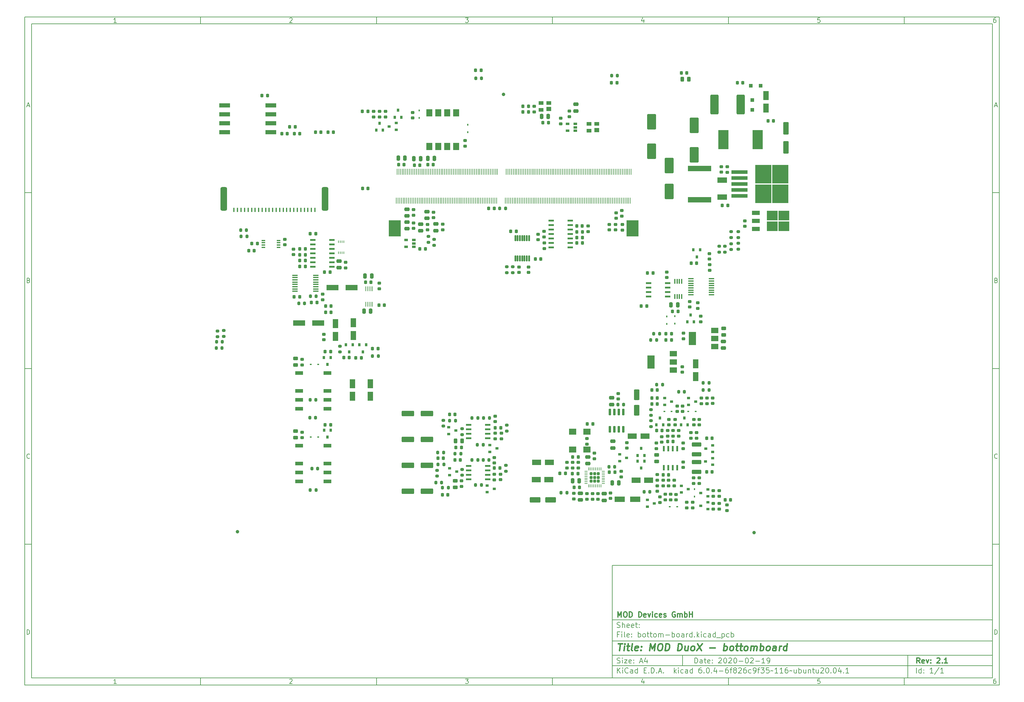
<source format=gbr>
G04 #@! TF.GenerationSoftware,KiCad,Pcbnew,6.0.4-6f826c9f35~116~ubuntu20.04.1*
G04 #@! TF.CreationDate,2022-05-04T15:32:13+02:00*
G04 #@! TF.ProjectId,bottom-board,626f7474-6f6d-42d6-926f-6172642e6b69,2.1*
G04 #@! TF.SameCoordinates,PX48111b4PY15fd6c8*
G04 #@! TF.FileFunction,Paste,Top*
G04 #@! TF.FilePolarity,Positive*
%FSLAX46Y46*%
G04 Gerber Fmt 4.6, Leading zero omitted, Abs format (unit mm)*
G04 Created by KiCad (PCBNEW 6.0.4-6f826c9f35~116~ubuntu20.04.1) date 2022-05-04 15:32:13*
%MOMM*%
%LPD*%
G01*
G04 APERTURE LIST*
G04 Aperture macros list*
%AMRoundRect*
0 Rectangle with rounded corners*
0 $1 Rounding radius*
0 $2 $3 $4 $5 $6 $7 $8 $9 X,Y pos of 4 corners*
0 Add a 4 corners polygon primitive as box body*
4,1,4,$2,$3,$4,$5,$6,$7,$8,$9,$2,$3,0*
0 Add four circle primitives for the rounded corners*
1,1,$1+$1,$2,$3*
1,1,$1+$1,$4,$5*
1,1,$1+$1,$6,$7*
1,1,$1+$1,$8,$9*
0 Add four rect primitives between the rounded corners*
20,1,$1+$1,$2,$3,$4,$5,0*
20,1,$1+$1,$4,$5,$6,$7,0*
20,1,$1+$1,$6,$7,$8,$9,0*
20,1,$1+$1,$8,$9,$2,$3,0*%
G04 Aperture macros list end*
%ADD10C,0.100000*%
%ADD11C,0.150000*%
%ADD12C,0.300000*%
%ADD13C,0.400000*%
%ADD14C,0.994000*%
%ADD15RoundRect,0.296000X0.851000X2.501000X-0.851000X2.501000X-0.851000X-2.501000X0.851000X-2.501000X0*%
%ADD16R,2.894000X5.394000*%
%ADD17RoundRect,0.215750X0.218750X0.256250X-0.218750X0.256250X-0.218750X-0.256250X0.218750X-0.256250X0*%
%ADD18RoundRect,0.215750X-0.256250X0.218750X-0.256250X-0.218750X0.256250X-0.218750X0.256250X0.218750X0*%
%ADD19RoundRect,0.215750X0.256250X-0.218750X0.256250X0.218750X-0.256250X0.218750X-0.256250X-0.218750X0*%
%ADD20R,1.394000X1.194000*%
%ADD21R,1.394000X0.994000*%
%ADD22RoundRect,0.215750X-0.218750X-0.256250X0.218750X-0.256250X0.218750X0.256250X-0.218750X0.256250X0*%
%ADD23RoundRect,0.247000X0.250000X0.475000X-0.250000X0.475000X-0.250000X-0.475000X0.250000X-0.475000X0*%
%ADD24RoundRect,0.247000X0.475000X-0.250000X0.475000X0.250000X-0.475000X0.250000X-0.475000X-0.250000X0*%
%ADD25R,1.494000X0.594000*%
%ADD26R,0.594000X0.444000*%
%ADD27R,0.794000X0.894000*%
%ADD28R,2.194000X0.994000*%
%ADD29R,0.594000X1.544000*%
%ADD30R,2.594000X1.594000*%
%ADD31RoundRect,0.247000X-1.075000X0.375000X-1.075000X-0.375000X1.075000X-0.375000X1.075000X0.375000X0*%
%ADD32R,0.894000X0.794000*%
%ADD33R,2.994000X1.594000*%
%ADD34RoundRect,0.247000X-0.475000X0.250000X-0.475000X-0.250000X0.475000X-0.250000X0.475000X0.250000X0*%
%ADD35RoundRect,0.240750X-0.243750X-0.456250X0.243750X-0.456250X0.243750X0.456250X-0.243750X0.456250X0*%
%ADD36R,1.094000X1.094000*%
%ADD37R,0.444000X0.594000*%
%ADD38RoundRect,0.247000X-0.250000X-0.475000X0.250000X-0.475000X0.250000X0.475000X-0.250000X0.475000X0*%
%ADD39R,3.494000X1.594000*%
%ADD40R,1.544000X0.594000*%
%ADD41RoundRect,0.207500X-0.207500X-0.207500X0.207500X-0.207500X0.207500X0.207500X-0.207500X0.207500X0*%
%ADD42RoundRect,0.059500X-0.375000X-0.062500X0.375000X-0.062500X0.375000X0.062500X-0.375000X0.062500X0*%
%ADD43RoundRect,0.059500X-0.062500X-0.375000X0.062500X-0.375000X0.062500X0.375000X-0.062500X0.375000X0*%
%ADD44R,1.994000X1.794000*%
%ADD45RoundRect,0.240750X-0.456250X0.243750X-0.456250X-0.243750X0.456250X-0.243750X0.456250X0.243750X0*%
%ADD46RoundRect,0.240750X0.456250X-0.243750X0.456250X0.243750X-0.456250X0.243750X-0.456250X-0.243750X0*%
%ADD47R,1.594000X2.594000*%
%ADD48RoundRect,0.247000X1.075000X-0.375000X1.075000X0.375000X-1.075000X0.375000X-1.075000X-0.375000X0*%
%ADD49R,0.294000X1.394000*%
%ADD50R,1.774000X1.994000*%
%ADD51RoundRect,0.247000X0.550000X-1.050000X0.550000X1.050000X-0.550000X1.050000X-0.550000X-1.050000X0*%
%ADD52R,1.994000X1.494000*%
%ADD53R,1.994000X3.794000*%
%ADD54R,1.094000X0.394000*%
%ADD55R,0.444000X1.444000*%
%ADD56R,1.494000X0.444000*%
%ADD57RoundRect,0.247000X0.550000X-1.250000X0.550000X1.250000X-0.550000X1.250000X-0.550000X-1.250000X0*%
%ADD58RoundRect,0.247000X-0.550000X1.050000X-0.550000X-1.050000X0.550000X-1.050000X0.550000X1.050000X0*%
%ADD59RoundRect,0.197000X0.200000X0.275000X-0.200000X0.275000X-0.200000X-0.275000X0.200000X-0.275000X0*%
%ADD60RoundRect,0.247000X1.250000X0.550000X-1.250000X0.550000X-1.250000X-0.550000X1.250000X-0.550000X0*%
%ADD61RoundRect,0.247000X1.000000X-1.950000X1.000000X1.950000X-1.000000X1.950000X-1.000000X-1.950000X0*%
%ADD62RoundRect,0.222000X-0.225000X-0.250000X0.225000X-0.250000X0.225000X0.250000X-0.225000X0.250000X0*%
%ADD63RoundRect,0.222000X0.225000X0.250000X-0.225000X0.250000X-0.225000X-0.250000X0.225000X-0.250000X0*%
%ADD64RoundRect,0.222000X-0.250000X0.225000X-0.250000X-0.225000X0.250000X-0.225000X0.250000X0.225000X0*%
%ADD65RoundRect,0.222000X0.250000X-0.225000X0.250000X0.225000X-0.250000X0.225000X-0.250000X-0.225000X0*%
%ADD66RoundRect,0.247000X0.550000X-1.500000X0.550000X1.500000X-0.550000X1.500000X-0.550000X-1.500000X0*%
%ADD67RoundRect,0.247000X1.500000X0.550000X-1.500000X0.550000X-1.500000X-0.550000X1.500000X-0.550000X0*%
%ADD68R,2.694000X1.494000*%
%ADD69RoundRect,0.197000X-0.200000X-0.275000X0.200000X-0.275000X0.200000X0.275000X-0.200000X0.275000X0*%
%ADD70R,0.294000X1.744000*%
%ADD71R,3.494000X4.594000*%
%ADD72R,6.594000X1.494000*%
%ADD73RoundRect,0.197000X-0.275000X0.200000X-0.275000X-0.200000X0.275000X-0.200000X0.275000X0.200000X0*%
%ADD74RoundRect,0.197000X0.275000X-0.200000X0.275000X0.200000X-0.275000X0.200000X-0.275000X-0.200000X0*%
%ADD75R,1.054000X0.644000*%
%ADD76RoundRect,0.240750X0.243750X0.456250X-0.243750X0.456250X-0.243750X-0.456250X0.243750X-0.456250X0*%
%ADD77R,0.294000X0.794000*%
%ADD78R,3.169000X1.264000*%
%ADD79R,4.550000X5.250000*%
%ADD80R,4.594000X1.094000*%
%ADD81RoundRect,0.147000X0.150000X-0.825000X0.150000X0.825000X-0.150000X0.825000X-0.150000X-0.825000X0*%
%ADD82R,3.050000X2.750000*%
%ADD83R,2.194000X1.194000*%
%ADD84RoundRect,0.092250X-0.095250X-0.508000X0.095250X-0.508000X0.095250X0.508000X-0.095250X0.508000X0*%
%ADD85RoundRect,0.470471X-0.473471X-2.885679X0.473471X-2.885679X0.473471X2.885679X-0.473471X2.885679X0*%
%ADD86RoundRect,0.017500X-0.184500X0.764500X-0.184500X-0.764500X0.184500X-0.764500X0.184500X0.764500X0*%
G04 APERTURE END LIST*
D10*
D11*
X101434660Y-142949080D02*
X101434660Y-174949080D01*
X209434660Y-174949080D01*
X209434660Y-142949080D01*
X101434660Y-142949080D01*
D10*
D11*
X-65567540Y13058120D02*
X-65567540Y-176949080D01*
X211434660Y-176949080D01*
X211434660Y13058120D01*
X-65567540Y13058120D01*
D10*
D11*
X-63567540Y11058120D02*
X-63567540Y-174949080D01*
X209434660Y-174949080D01*
X209434660Y11058120D01*
X-63567540Y11058120D01*
D10*
D11*
X-15567540Y11058120D02*
X-15567540Y13058120D01*
D10*
D11*
X34432460Y11058120D02*
X34432460Y13058120D01*
D10*
D11*
X84432460Y11058120D02*
X84432460Y13058120D01*
D10*
D11*
X134432460Y11058120D02*
X134432460Y13058120D01*
D10*
D11*
X184432460Y11058120D02*
X184432460Y13058120D01*
D10*
D11*
X-39502064Y11470025D02*
X-40244921Y11470025D01*
X-39873493Y11470025D02*
X-39873493Y12770025D01*
X-39997302Y12584311D01*
X-40121112Y12460501D01*
X-40244921Y12398597D01*
D10*
D11*
X9755079Y12646216D02*
X9816983Y12708120D01*
X9940793Y12770025D01*
X10250317Y12770025D01*
X10374126Y12708120D01*
X10436031Y12646216D01*
X10497936Y12522406D01*
X10497936Y12398597D01*
X10436031Y12212882D01*
X9693174Y11470025D01*
X10497936Y11470025D01*
D10*
D11*
X59693174Y12770025D02*
X60497936Y12770025D01*
X60064602Y12274787D01*
X60250317Y12274787D01*
X60374126Y12212882D01*
X60436031Y12150978D01*
X60497936Y12027168D01*
X60497936Y11717644D01*
X60436031Y11593835D01*
X60374126Y11531930D01*
X60250317Y11470025D01*
X59878888Y11470025D01*
X59755079Y11531930D01*
X59693174Y11593835D01*
D10*
D11*
X110374126Y12336692D02*
X110374126Y11470025D01*
X110064602Y12831930D02*
X109755079Y11903359D01*
X110559840Y11903359D01*
D10*
D11*
X160436031Y12770025D02*
X159816983Y12770025D01*
X159755079Y12150978D01*
X159816983Y12212882D01*
X159940793Y12274787D01*
X160250317Y12274787D01*
X160374126Y12212882D01*
X160436031Y12150978D01*
X160497936Y12027168D01*
X160497936Y11717644D01*
X160436031Y11593835D01*
X160374126Y11531930D01*
X160250317Y11470025D01*
X159940793Y11470025D01*
X159816983Y11531930D01*
X159755079Y11593835D01*
D10*
D11*
X210374126Y12770025D02*
X210126507Y12770025D01*
X210002698Y12708120D01*
X209940793Y12646216D01*
X209816983Y12460501D01*
X209755079Y12212882D01*
X209755079Y11717644D01*
X209816983Y11593835D01*
X209878888Y11531930D01*
X210002698Y11470025D01*
X210250317Y11470025D01*
X210374126Y11531930D01*
X210436031Y11593835D01*
X210497936Y11717644D01*
X210497936Y12027168D01*
X210436031Y12150978D01*
X210374126Y12212882D01*
X210250317Y12274787D01*
X210002698Y12274787D01*
X209878888Y12212882D01*
X209816983Y12150978D01*
X209755079Y12027168D01*
D10*
D11*
X-15567540Y-174949080D02*
X-15567540Y-176949080D01*
D10*
D11*
X34432460Y-174949080D02*
X34432460Y-176949080D01*
D10*
D11*
X84432460Y-174949080D02*
X84432460Y-176949080D01*
D10*
D11*
X134432460Y-174949080D02*
X134432460Y-176949080D01*
D10*
D11*
X184432460Y-174949080D02*
X184432460Y-176949080D01*
D10*
D11*
X-39502064Y-176537175D02*
X-40244921Y-176537175D01*
X-39873493Y-176537175D02*
X-39873493Y-175237175D01*
X-39997302Y-175422889D01*
X-40121112Y-175546699D01*
X-40244921Y-175608603D01*
D10*
D11*
X9755079Y-175360984D02*
X9816983Y-175299080D01*
X9940793Y-175237175D01*
X10250317Y-175237175D01*
X10374126Y-175299080D01*
X10436031Y-175360984D01*
X10497936Y-175484794D01*
X10497936Y-175608603D01*
X10436031Y-175794318D01*
X9693174Y-176537175D01*
X10497936Y-176537175D01*
D10*
D11*
X59693174Y-175237175D02*
X60497936Y-175237175D01*
X60064602Y-175732413D01*
X60250317Y-175732413D01*
X60374126Y-175794318D01*
X60436031Y-175856222D01*
X60497936Y-175980032D01*
X60497936Y-176289556D01*
X60436031Y-176413365D01*
X60374126Y-176475270D01*
X60250317Y-176537175D01*
X59878888Y-176537175D01*
X59755079Y-176475270D01*
X59693174Y-176413365D01*
D10*
D11*
X110374126Y-175670508D02*
X110374126Y-176537175D01*
X110064602Y-175175270D02*
X109755079Y-176103841D01*
X110559840Y-176103841D01*
D10*
D11*
X160436031Y-175237175D02*
X159816983Y-175237175D01*
X159755079Y-175856222D01*
X159816983Y-175794318D01*
X159940793Y-175732413D01*
X160250317Y-175732413D01*
X160374126Y-175794318D01*
X160436031Y-175856222D01*
X160497936Y-175980032D01*
X160497936Y-176289556D01*
X160436031Y-176413365D01*
X160374126Y-176475270D01*
X160250317Y-176537175D01*
X159940793Y-176537175D01*
X159816983Y-176475270D01*
X159755079Y-176413365D01*
D10*
D11*
X210374126Y-175237175D02*
X210126507Y-175237175D01*
X210002698Y-175299080D01*
X209940793Y-175360984D01*
X209816983Y-175546699D01*
X209755079Y-175794318D01*
X209755079Y-176289556D01*
X209816983Y-176413365D01*
X209878888Y-176475270D01*
X210002698Y-176537175D01*
X210250317Y-176537175D01*
X210374126Y-176475270D01*
X210436031Y-176413365D01*
X210497936Y-176289556D01*
X210497936Y-175980032D01*
X210436031Y-175856222D01*
X210374126Y-175794318D01*
X210250317Y-175732413D01*
X210002698Y-175732413D01*
X209878888Y-175794318D01*
X209816983Y-175856222D01*
X209755079Y-175980032D01*
D10*
D11*
X-65567540Y-36941880D02*
X-63567540Y-36941880D01*
D10*
D11*
X-65567540Y-86941880D02*
X-63567540Y-86941880D01*
D10*
D11*
X-65567540Y-136941880D02*
X-63567540Y-136941880D01*
D10*
D11*
X-64877064Y-12158546D02*
X-64258017Y-12158546D01*
X-65000874Y-12529975D02*
X-64567540Y-11229975D01*
X-64134207Y-12529975D01*
D10*
D11*
X-64474683Y-61849022D02*
X-64288969Y-61910927D01*
X-64227064Y-61972832D01*
X-64165160Y-62096641D01*
X-64165160Y-62282356D01*
X-64227064Y-62406165D01*
X-64288969Y-62468070D01*
X-64412779Y-62529975D01*
X-64908017Y-62529975D01*
X-64908017Y-61229975D01*
X-64474683Y-61229975D01*
X-64350874Y-61291880D01*
X-64288969Y-61353784D01*
X-64227064Y-61477594D01*
X-64227064Y-61601403D01*
X-64288969Y-61725213D01*
X-64350874Y-61787118D01*
X-64474683Y-61849022D01*
X-64908017Y-61849022D01*
D10*
D11*
X-64165160Y-112406165D02*
X-64227064Y-112468070D01*
X-64412779Y-112529975D01*
X-64536588Y-112529975D01*
X-64722302Y-112468070D01*
X-64846112Y-112344260D01*
X-64908017Y-112220451D01*
X-64969921Y-111972832D01*
X-64969921Y-111787118D01*
X-64908017Y-111539499D01*
X-64846112Y-111415689D01*
X-64722302Y-111291880D01*
X-64536588Y-111229975D01*
X-64412779Y-111229975D01*
X-64227064Y-111291880D01*
X-64165160Y-111353784D01*
D10*
D11*
X-64908017Y-162529975D02*
X-64908017Y-161229975D01*
X-64598493Y-161229975D01*
X-64412779Y-161291880D01*
X-64288969Y-161415689D01*
X-64227064Y-161539499D01*
X-64165160Y-161787118D01*
X-64165160Y-161972832D01*
X-64227064Y-162220451D01*
X-64288969Y-162344260D01*
X-64412779Y-162468070D01*
X-64598493Y-162529975D01*
X-64908017Y-162529975D01*
D10*
D11*
X211434660Y-36941880D02*
X209434660Y-36941880D01*
D10*
D11*
X211434660Y-86941880D02*
X209434660Y-86941880D01*
D10*
D11*
X211434660Y-136941880D02*
X209434660Y-136941880D01*
D10*
D11*
X210125136Y-12158546D02*
X210744183Y-12158546D01*
X210001326Y-12529975D02*
X210434660Y-11229975D01*
X210867993Y-12529975D01*
D10*
D11*
X210527517Y-61849022D02*
X210713231Y-61910927D01*
X210775136Y-61972832D01*
X210837040Y-62096641D01*
X210837040Y-62282356D01*
X210775136Y-62406165D01*
X210713231Y-62468070D01*
X210589421Y-62529975D01*
X210094183Y-62529975D01*
X210094183Y-61229975D01*
X210527517Y-61229975D01*
X210651326Y-61291880D01*
X210713231Y-61353784D01*
X210775136Y-61477594D01*
X210775136Y-61601403D01*
X210713231Y-61725213D01*
X210651326Y-61787118D01*
X210527517Y-61849022D01*
X210094183Y-61849022D01*
D10*
D11*
X210837040Y-112406165D02*
X210775136Y-112468070D01*
X210589421Y-112529975D01*
X210465612Y-112529975D01*
X210279898Y-112468070D01*
X210156088Y-112344260D01*
X210094183Y-112220451D01*
X210032279Y-111972832D01*
X210032279Y-111787118D01*
X210094183Y-111539499D01*
X210156088Y-111415689D01*
X210279898Y-111291880D01*
X210465612Y-111229975D01*
X210589421Y-111229975D01*
X210775136Y-111291880D01*
X210837040Y-111353784D01*
D10*
D11*
X210094183Y-162529975D02*
X210094183Y-161229975D01*
X210403707Y-161229975D01*
X210589421Y-161291880D01*
X210713231Y-161415689D01*
X210775136Y-161539499D01*
X210837040Y-161787118D01*
X210837040Y-161972832D01*
X210775136Y-162220451D01*
X210713231Y-162344260D01*
X210589421Y-162468070D01*
X210403707Y-162529975D01*
X210094183Y-162529975D01*
D10*
D11*
X124866802Y-170727651D02*
X124866802Y-169227651D01*
X125223945Y-169227651D01*
X125438231Y-169299080D01*
X125581088Y-169441937D01*
X125652517Y-169584794D01*
X125723945Y-169870508D01*
X125723945Y-170084794D01*
X125652517Y-170370508D01*
X125581088Y-170513365D01*
X125438231Y-170656222D01*
X125223945Y-170727651D01*
X124866802Y-170727651D01*
X127009660Y-170727651D02*
X127009660Y-169941937D01*
X126938231Y-169799080D01*
X126795374Y-169727651D01*
X126509660Y-169727651D01*
X126366802Y-169799080D01*
X127009660Y-170656222D02*
X126866802Y-170727651D01*
X126509660Y-170727651D01*
X126366802Y-170656222D01*
X126295374Y-170513365D01*
X126295374Y-170370508D01*
X126366802Y-170227651D01*
X126509660Y-170156222D01*
X126866802Y-170156222D01*
X127009660Y-170084794D01*
X127509660Y-169727651D02*
X128081088Y-169727651D01*
X127723945Y-169227651D02*
X127723945Y-170513365D01*
X127795374Y-170656222D01*
X127938231Y-170727651D01*
X128081088Y-170727651D01*
X129152517Y-170656222D02*
X129009660Y-170727651D01*
X128723945Y-170727651D01*
X128581088Y-170656222D01*
X128509660Y-170513365D01*
X128509660Y-169941937D01*
X128581088Y-169799080D01*
X128723945Y-169727651D01*
X129009660Y-169727651D01*
X129152517Y-169799080D01*
X129223945Y-169941937D01*
X129223945Y-170084794D01*
X128509660Y-170227651D01*
X129866802Y-170584794D02*
X129938231Y-170656222D01*
X129866802Y-170727651D01*
X129795374Y-170656222D01*
X129866802Y-170584794D01*
X129866802Y-170727651D01*
X129866802Y-169799080D02*
X129938231Y-169870508D01*
X129866802Y-169941937D01*
X129795374Y-169870508D01*
X129866802Y-169799080D01*
X129866802Y-169941937D01*
X131652517Y-169370508D02*
X131723945Y-169299080D01*
X131866802Y-169227651D01*
X132223945Y-169227651D01*
X132366802Y-169299080D01*
X132438231Y-169370508D01*
X132509660Y-169513365D01*
X132509660Y-169656222D01*
X132438231Y-169870508D01*
X131581088Y-170727651D01*
X132509660Y-170727651D01*
X133438231Y-169227651D02*
X133581088Y-169227651D01*
X133723945Y-169299080D01*
X133795374Y-169370508D01*
X133866802Y-169513365D01*
X133938231Y-169799080D01*
X133938231Y-170156222D01*
X133866802Y-170441937D01*
X133795374Y-170584794D01*
X133723945Y-170656222D01*
X133581088Y-170727651D01*
X133438231Y-170727651D01*
X133295374Y-170656222D01*
X133223945Y-170584794D01*
X133152517Y-170441937D01*
X133081088Y-170156222D01*
X133081088Y-169799080D01*
X133152517Y-169513365D01*
X133223945Y-169370508D01*
X133295374Y-169299080D01*
X133438231Y-169227651D01*
X134509660Y-169370508D02*
X134581088Y-169299080D01*
X134723945Y-169227651D01*
X135081088Y-169227651D01*
X135223945Y-169299080D01*
X135295374Y-169370508D01*
X135366802Y-169513365D01*
X135366802Y-169656222D01*
X135295374Y-169870508D01*
X134438231Y-170727651D01*
X135366802Y-170727651D01*
X136295374Y-169227651D02*
X136438231Y-169227651D01*
X136581088Y-169299080D01*
X136652517Y-169370508D01*
X136723945Y-169513365D01*
X136795374Y-169799080D01*
X136795374Y-170156222D01*
X136723945Y-170441937D01*
X136652517Y-170584794D01*
X136581088Y-170656222D01*
X136438231Y-170727651D01*
X136295374Y-170727651D01*
X136152517Y-170656222D01*
X136081088Y-170584794D01*
X136009660Y-170441937D01*
X135938231Y-170156222D01*
X135938231Y-169799080D01*
X136009660Y-169513365D01*
X136081088Y-169370508D01*
X136152517Y-169299080D01*
X136295374Y-169227651D01*
X137438231Y-170156222D02*
X138581088Y-170156222D01*
X139581088Y-169227651D02*
X139723945Y-169227651D01*
X139866802Y-169299080D01*
X139938231Y-169370508D01*
X140009660Y-169513365D01*
X140081088Y-169799080D01*
X140081088Y-170156222D01*
X140009660Y-170441937D01*
X139938231Y-170584794D01*
X139866802Y-170656222D01*
X139723945Y-170727651D01*
X139581088Y-170727651D01*
X139438231Y-170656222D01*
X139366802Y-170584794D01*
X139295374Y-170441937D01*
X139223945Y-170156222D01*
X139223945Y-169799080D01*
X139295374Y-169513365D01*
X139366802Y-169370508D01*
X139438231Y-169299080D01*
X139581088Y-169227651D01*
X140652517Y-169370508D02*
X140723945Y-169299080D01*
X140866802Y-169227651D01*
X141223945Y-169227651D01*
X141366802Y-169299080D01*
X141438231Y-169370508D01*
X141509660Y-169513365D01*
X141509660Y-169656222D01*
X141438231Y-169870508D01*
X140581088Y-170727651D01*
X141509660Y-170727651D01*
X142152517Y-170156222D02*
X143295374Y-170156222D01*
X144795374Y-170727651D02*
X143938231Y-170727651D01*
X144366802Y-170727651D02*
X144366802Y-169227651D01*
X144223945Y-169441937D01*
X144081088Y-169584794D01*
X143938231Y-169656222D01*
X145509660Y-170727651D02*
X145795374Y-170727651D01*
X145938231Y-170656222D01*
X146009660Y-170584794D01*
X146152517Y-170370508D01*
X146223945Y-170084794D01*
X146223945Y-169513365D01*
X146152517Y-169370508D01*
X146081088Y-169299080D01*
X145938231Y-169227651D01*
X145652517Y-169227651D01*
X145509660Y-169299080D01*
X145438231Y-169370508D01*
X145366802Y-169513365D01*
X145366802Y-169870508D01*
X145438231Y-170013365D01*
X145509660Y-170084794D01*
X145652517Y-170156222D01*
X145938231Y-170156222D01*
X146081088Y-170084794D01*
X146152517Y-170013365D01*
X146223945Y-169870508D01*
D10*
D11*
X101434660Y-171449080D02*
X209434660Y-171449080D01*
D10*
D11*
X102866802Y-173527651D02*
X102866802Y-172027651D01*
X103723945Y-173527651D02*
X103081088Y-172670508D01*
X103723945Y-172027651D02*
X102866802Y-172884794D01*
X104366802Y-173527651D02*
X104366802Y-172527651D01*
X104366802Y-172027651D02*
X104295374Y-172099080D01*
X104366802Y-172170508D01*
X104438231Y-172099080D01*
X104366802Y-172027651D01*
X104366802Y-172170508D01*
X105938231Y-173384794D02*
X105866802Y-173456222D01*
X105652517Y-173527651D01*
X105509660Y-173527651D01*
X105295374Y-173456222D01*
X105152517Y-173313365D01*
X105081088Y-173170508D01*
X105009660Y-172884794D01*
X105009660Y-172670508D01*
X105081088Y-172384794D01*
X105152517Y-172241937D01*
X105295374Y-172099080D01*
X105509660Y-172027651D01*
X105652517Y-172027651D01*
X105866802Y-172099080D01*
X105938231Y-172170508D01*
X107223945Y-173527651D02*
X107223945Y-172741937D01*
X107152517Y-172599080D01*
X107009660Y-172527651D01*
X106723945Y-172527651D01*
X106581088Y-172599080D01*
X107223945Y-173456222D02*
X107081088Y-173527651D01*
X106723945Y-173527651D01*
X106581088Y-173456222D01*
X106509660Y-173313365D01*
X106509660Y-173170508D01*
X106581088Y-173027651D01*
X106723945Y-172956222D01*
X107081088Y-172956222D01*
X107223945Y-172884794D01*
X108581088Y-173527651D02*
X108581088Y-172027651D01*
X108581088Y-173456222D02*
X108438231Y-173527651D01*
X108152517Y-173527651D01*
X108009660Y-173456222D01*
X107938231Y-173384794D01*
X107866802Y-173241937D01*
X107866802Y-172813365D01*
X107938231Y-172670508D01*
X108009660Y-172599080D01*
X108152517Y-172527651D01*
X108438231Y-172527651D01*
X108581088Y-172599080D01*
X110438231Y-172741937D02*
X110938231Y-172741937D01*
X111152517Y-173527651D02*
X110438231Y-173527651D01*
X110438231Y-172027651D01*
X111152517Y-172027651D01*
X111795374Y-173384794D02*
X111866802Y-173456222D01*
X111795374Y-173527651D01*
X111723945Y-173456222D01*
X111795374Y-173384794D01*
X111795374Y-173527651D01*
X112509660Y-173527651D02*
X112509660Y-172027651D01*
X112866802Y-172027651D01*
X113081088Y-172099080D01*
X113223945Y-172241937D01*
X113295374Y-172384794D01*
X113366802Y-172670508D01*
X113366802Y-172884794D01*
X113295374Y-173170508D01*
X113223945Y-173313365D01*
X113081088Y-173456222D01*
X112866802Y-173527651D01*
X112509660Y-173527651D01*
X114009660Y-173384794D02*
X114081088Y-173456222D01*
X114009660Y-173527651D01*
X113938231Y-173456222D01*
X114009660Y-173384794D01*
X114009660Y-173527651D01*
X114652517Y-173099080D02*
X115366802Y-173099080D01*
X114509660Y-173527651D02*
X115009660Y-172027651D01*
X115509660Y-173527651D01*
X116009660Y-173384794D02*
X116081088Y-173456222D01*
X116009660Y-173527651D01*
X115938231Y-173456222D01*
X116009660Y-173384794D01*
X116009660Y-173527651D01*
X119009660Y-173527651D02*
X119009660Y-172027651D01*
X119152517Y-172956222D02*
X119581088Y-173527651D01*
X119581088Y-172527651D02*
X119009660Y-173099080D01*
X120223945Y-173527651D02*
X120223945Y-172527651D01*
X120223945Y-172027651D02*
X120152517Y-172099080D01*
X120223945Y-172170508D01*
X120295374Y-172099080D01*
X120223945Y-172027651D01*
X120223945Y-172170508D01*
X121581088Y-173456222D02*
X121438231Y-173527651D01*
X121152517Y-173527651D01*
X121009660Y-173456222D01*
X120938231Y-173384794D01*
X120866802Y-173241937D01*
X120866802Y-172813365D01*
X120938231Y-172670508D01*
X121009660Y-172599080D01*
X121152517Y-172527651D01*
X121438231Y-172527651D01*
X121581088Y-172599080D01*
X122866802Y-173527651D02*
X122866802Y-172741937D01*
X122795374Y-172599080D01*
X122652517Y-172527651D01*
X122366802Y-172527651D01*
X122223945Y-172599080D01*
X122866802Y-173456222D02*
X122723945Y-173527651D01*
X122366802Y-173527651D01*
X122223945Y-173456222D01*
X122152517Y-173313365D01*
X122152517Y-173170508D01*
X122223945Y-173027651D01*
X122366802Y-172956222D01*
X122723945Y-172956222D01*
X122866802Y-172884794D01*
X124223945Y-173527651D02*
X124223945Y-172027651D01*
X124223945Y-173456222D02*
X124081088Y-173527651D01*
X123795374Y-173527651D01*
X123652517Y-173456222D01*
X123581088Y-173384794D01*
X123509660Y-173241937D01*
X123509660Y-172813365D01*
X123581088Y-172670508D01*
X123652517Y-172599080D01*
X123795374Y-172527651D01*
X124081088Y-172527651D01*
X124223945Y-172599080D01*
X126723945Y-172027651D02*
X126438231Y-172027651D01*
X126295374Y-172099080D01*
X126223945Y-172170508D01*
X126081088Y-172384794D01*
X126009660Y-172670508D01*
X126009660Y-173241937D01*
X126081088Y-173384794D01*
X126152517Y-173456222D01*
X126295374Y-173527651D01*
X126581088Y-173527651D01*
X126723945Y-173456222D01*
X126795374Y-173384794D01*
X126866802Y-173241937D01*
X126866802Y-172884794D01*
X126795374Y-172741937D01*
X126723945Y-172670508D01*
X126581088Y-172599080D01*
X126295374Y-172599080D01*
X126152517Y-172670508D01*
X126081088Y-172741937D01*
X126009660Y-172884794D01*
X127509660Y-173384794D02*
X127581088Y-173456222D01*
X127509660Y-173527651D01*
X127438231Y-173456222D01*
X127509660Y-173384794D01*
X127509660Y-173527651D01*
X128509660Y-172027651D02*
X128652517Y-172027651D01*
X128795374Y-172099080D01*
X128866802Y-172170508D01*
X128938231Y-172313365D01*
X129009660Y-172599080D01*
X129009660Y-172956222D01*
X128938231Y-173241937D01*
X128866802Y-173384794D01*
X128795374Y-173456222D01*
X128652517Y-173527651D01*
X128509660Y-173527651D01*
X128366802Y-173456222D01*
X128295374Y-173384794D01*
X128223945Y-173241937D01*
X128152517Y-172956222D01*
X128152517Y-172599080D01*
X128223945Y-172313365D01*
X128295374Y-172170508D01*
X128366802Y-172099080D01*
X128509660Y-172027651D01*
X129652517Y-173384794D02*
X129723945Y-173456222D01*
X129652517Y-173527651D01*
X129581088Y-173456222D01*
X129652517Y-173384794D01*
X129652517Y-173527651D01*
X131009660Y-172527651D02*
X131009660Y-173527651D01*
X130652517Y-171956222D02*
X130295374Y-173027651D01*
X131223945Y-173027651D01*
X131795374Y-172956222D02*
X132938231Y-172956222D01*
X134295374Y-172027651D02*
X134009660Y-172027651D01*
X133866802Y-172099080D01*
X133795374Y-172170508D01*
X133652517Y-172384794D01*
X133581088Y-172670508D01*
X133581088Y-173241937D01*
X133652517Y-173384794D01*
X133723945Y-173456222D01*
X133866802Y-173527651D01*
X134152517Y-173527651D01*
X134295374Y-173456222D01*
X134366802Y-173384794D01*
X134438231Y-173241937D01*
X134438231Y-172884794D01*
X134366802Y-172741937D01*
X134295374Y-172670508D01*
X134152517Y-172599080D01*
X133866802Y-172599080D01*
X133723945Y-172670508D01*
X133652517Y-172741937D01*
X133581088Y-172884794D01*
X134866802Y-172527651D02*
X135438231Y-172527651D01*
X135081088Y-173527651D02*
X135081088Y-172241937D01*
X135152517Y-172099080D01*
X135295374Y-172027651D01*
X135438231Y-172027651D01*
X136152517Y-172670508D02*
X136009660Y-172599080D01*
X135938231Y-172527651D01*
X135866802Y-172384794D01*
X135866802Y-172313365D01*
X135938231Y-172170508D01*
X136009660Y-172099080D01*
X136152517Y-172027651D01*
X136438231Y-172027651D01*
X136581088Y-172099080D01*
X136652517Y-172170508D01*
X136723945Y-172313365D01*
X136723945Y-172384794D01*
X136652517Y-172527651D01*
X136581088Y-172599080D01*
X136438231Y-172670508D01*
X136152517Y-172670508D01*
X136009660Y-172741937D01*
X135938231Y-172813365D01*
X135866802Y-172956222D01*
X135866802Y-173241937D01*
X135938231Y-173384794D01*
X136009660Y-173456222D01*
X136152517Y-173527651D01*
X136438231Y-173527651D01*
X136581088Y-173456222D01*
X136652517Y-173384794D01*
X136723945Y-173241937D01*
X136723945Y-172956222D01*
X136652517Y-172813365D01*
X136581088Y-172741937D01*
X136438231Y-172670508D01*
X137295374Y-172170508D02*
X137366802Y-172099080D01*
X137509660Y-172027651D01*
X137866802Y-172027651D01*
X138009660Y-172099080D01*
X138081088Y-172170508D01*
X138152517Y-172313365D01*
X138152517Y-172456222D01*
X138081088Y-172670508D01*
X137223945Y-173527651D01*
X138152517Y-173527651D01*
X139438231Y-172027651D02*
X139152517Y-172027651D01*
X139009660Y-172099080D01*
X138938231Y-172170508D01*
X138795374Y-172384794D01*
X138723945Y-172670508D01*
X138723945Y-173241937D01*
X138795374Y-173384794D01*
X138866802Y-173456222D01*
X139009660Y-173527651D01*
X139295374Y-173527651D01*
X139438231Y-173456222D01*
X139509660Y-173384794D01*
X139581088Y-173241937D01*
X139581088Y-172884794D01*
X139509660Y-172741937D01*
X139438231Y-172670508D01*
X139295374Y-172599080D01*
X139009660Y-172599080D01*
X138866802Y-172670508D01*
X138795374Y-172741937D01*
X138723945Y-172884794D01*
X140866802Y-173456222D02*
X140723945Y-173527651D01*
X140438231Y-173527651D01*
X140295374Y-173456222D01*
X140223945Y-173384794D01*
X140152517Y-173241937D01*
X140152517Y-172813365D01*
X140223945Y-172670508D01*
X140295374Y-172599080D01*
X140438231Y-172527651D01*
X140723945Y-172527651D01*
X140866802Y-172599080D01*
X141581088Y-173527651D02*
X141866802Y-173527651D01*
X142009660Y-173456222D01*
X142081088Y-173384794D01*
X142223945Y-173170508D01*
X142295374Y-172884794D01*
X142295374Y-172313365D01*
X142223945Y-172170508D01*
X142152517Y-172099080D01*
X142009660Y-172027651D01*
X141723945Y-172027651D01*
X141581088Y-172099080D01*
X141509660Y-172170508D01*
X141438231Y-172313365D01*
X141438231Y-172670508D01*
X141509660Y-172813365D01*
X141581088Y-172884794D01*
X141723945Y-172956222D01*
X142009660Y-172956222D01*
X142152517Y-172884794D01*
X142223945Y-172813365D01*
X142295374Y-172670508D01*
X142723945Y-172527651D02*
X143295374Y-172527651D01*
X142938231Y-173527651D02*
X142938231Y-172241937D01*
X143009660Y-172099080D01*
X143152517Y-172027651D01*
X143295374Y-172027651D01*
X143652517Y-172027651D02*
X144581088Y-172027651D01*
X144081088Y-172599080D01*
X144295374Y-172599080D01*
X144438231Y-172670508D01*
X144509660Y-172741937D01*
X144581088Y-172884794D01*
X144581088Y-173241937D01*
X144509660Y-173384794D01*
X144438231Y-173456222D01*
X144295374Y-173527651D01*
X143866802Y-173527651D01*
X143723945Y-173456222D01*
X143652517Y-173384794D01*
X145938231Y-172027651D02*
X145223945Y-172027651D01*
X145152517Y-172741937D01*
X145223945Y-172670508D01*
X145366802Y-172599080D01*
X145723945Y-172599080D01*
X145866802Y-172670508D01*
X145938231Y-172741937D01*
X146009660Y-172884794D01*
X146009660Y-173241937D01*
X145938231Y-173384794D01*
X145866802Y-173456222D01*
X145723945Y-173527651D01*
X145366802Y-173527651D01*
X145223945Y-173456222D01*
X145152517Y-173384794D01*
X146438231Y-172956222D02*
X146509660Y-172884794D01*
X146652517Y-172813365D01*
X146938231Y-172956222D01*
X147081088Y-172884794D01*
X147152517Y-172813365D01*
X148509660Y-173527651D02*
X147652517Y-173527651D01*
X148081088Y-173527651D02*
X148081088Y-172027651D01*
X147938231Y-172241937D01*
X147795374Y-172384794D01*
X147652517Y-172456222D01*
X149938231Y-173527651D02*
X149081088Y-173527651D01*
X149509660Y-173527651D02*
X149509660Y-172027651D01*
X149366802Y-172241937D01*
X149223945Y-172384794D01*
X149081088Y-172456222D01*
X151223945Y-172027651D02*
X150938231Y-172027651D01*
X150795374Y-172099080D01*
X150723945Y-172170508D01*
X150581088Y-172384794D01*
X150509659Y-172670508D01*
X150509659Y-173241937D01*
X150581088Y-173384794D01*
X150652517Y-173456222D01*
X150795374Y-173527651D01*
X151081088Y-173527651D01*
X151223945Y-173456222D01*
X151295374Y-173384794D01*
X151366802Y-173241937D01*
X151366802Y-172884794D01*
X151295374Y-172741937D01*
X151223945Y-172670508D01*
X151081088Y-172599080D01*
X150795374Y-172599080D01*
X150652517Y-172670508D01*
X150581088Y-172741937D01*
X150509659Y-172884794D01*
X151795374Y-172956222D02*
X151866802Y-172884794D01*
X152009659Y-172813365D01*
X152295374Y-172956222D01*
X152438231Y-172884794D01*
X152509659Y-172813365D01*
X153723945Y-172527651D02*
X153723945Y-173527651D01*
X153081088Y-172527651D02*
X153081088Y-173313365D01*
X153152517Y-173456222D01*
X153295374Y-173527651D01*
X153509659Y-173527651D01*
X153652517Y-173456222D01*
X153723945Y-173384794D01*
X154438231Y-173527651D02*
X154438231Y-172027651D01*
X154438231Y-172599080D02*
X154581088Y-172527651D01*
X154866802Y-172527651D01*
X155009659Y-172599080D01*
X155081088Y-172670508D01*
X155152517Y-172813365D01*
X155152517Y-173241937D01*
X155081088Y-173384794D01*
X155009659Y-173456222D01*
X154866802Y-173527651D01*
X154581088Y-173527651D01*
X154438231Y-173456222D01*
X156438231Y-172527651D02*
X156438231Y-173527651D01*
X155795374Y-172527651D02*
X155795374Y-173313365D01*
X155866802Y-173456222D01*
X156009660Y-173527651D01*
X156223945Y-173527651D01*
X156366802Y-173456222D01*
X156438231Y-173384794D01*
X157152517Y-172527651D02*
X157152517Y-173527651D01*
X157152517Y-172670508D02*
X157223945Y-172599080D01*
X157366802Y-172527651D01*
X157581088Y-172527651D01*
X157723945Y-172599080D01*
X157795374Y-172741937D01*
X157795374Y-173527651D01*
X158295374Y-172527651D02*
X158866802Y-172527651D01*
X158509660Y-172027651D02*
X158509660Y-173313365D01*
X158581088Y-173456222D01*
X158723945Y-173527651D01*
X158866802Y-173527651D01*
X160009660Y-172527651D02*
X160009660Y-173527651D01*
X159366802Y-172527651D02*
X159366802Y-173313365D01*
X159438231Y-173456222D01*
X159581088Y-173527651D01*
X159795374Y-173527651D01*
X159938231Y-173456222D01*
X160009660Y-173384794D01*
X160652517Y-172170508D02*
X160723945Y-172099080D01*
X160866802Y-172027651D01*
X161223945Y-172027651D01*
X161366802Y-172099080D01*
X161438231Y-172170508D01*
X161509660Y-172313365D01*
X161509660Y-172456222D01*
X161438231Y-172670508D01*
X160581088Y-173527651D01*
X161509660Y-173527651D01*
X162438231Y-172027651D02*
X162581088Y-172027651D01*
X162723945Y-172099080D01*
X162795374Y-172170508D01*
X162866802Y-172313365D01*
X162938231Y-172599080D01*
X162938231Y-172956222D01*
X162866802Y-173241937D01*
X162795374Y-173384794D01*
X162723945Y-173456222D01*
X162581088Y-173527651D01*
X162438231Y-173527651D01*
X162295374Y-173456222D01*
X162223945Y-173384794D01*
X162152517Y-173241937D01*
X162081088Y-172956222D01*
X162081088Y-172599080D01*
X162152517Y-172313365D01*
X162223945Y-172170508D01*
X162295374Y-172099080D01*
X162438231Y-172027651D01*
X163581088Y-173384794D02*
X163652517Y-173456222D01*
X163581088Y-173527651D01*
X163509659Y-173456222D01*
X163581088Y-173384794D01*
X163581088Y-173527651D01*
X164581088Y-172027651D02*
X164723945Y-172027651D01*
X164866802Y-172099080D01*
X164938231Y-172170508D01*
X165009660Y-172313365D01*
X165081088Y-172599080D01*
X165081088Y-172956222D01*
X165009660Y-173241937D01*
X164938231Y-173384794D01*
X164866802Y-173456222D01*
X164723945Y-173527651D01*
X164581088Y-173527651D01*
X164438231Y-173456222D01*
X164366802Y-173384794D01*
X164295374Y-173241937D01*
X164223945Y-172956222D01*
X164223945Y-172599080D01*
X164295374Y-172313365D01*
X164366802Y-172170508D01*
X164438231Y-172099080D01*
X164581088Y-172027651D01*
X166366802Y-172527651D02*
X166366802Y-173527651D01*
X166009659Y-171956222D02*
X165652517Y-173027651D01*
X166581088Y-173027651D01*
X167152517Y-173384794D02*
X167223945Y-173456222D01*
X167152517Y-173527651D01*
X167081088Y-173456222D01*
X167152517Y-173384794D01*
X167152517Y-173527651D01*
X168652517Y-173527651D02*
X167795374Y-173527651D01*
X168223945Y-173527651D02*
X168223945Y-172027651D01*
X168081088Y-172241937D01*
X167938231Y-172384794D01*
X167795374Y-172456222D01*
D10*
D11*
X101434660Y-168449080D02*
X209434660Y-168449080D01*
D10*
D12*
X188843945Y-170727651D02*
X188343945Y-170013365D01*
X187986802Y-170727651D02*
X187986802Y-169227651D01*
X188558231Y-169227651D01*
X188701088Y-169299080D01*
X188772517Y-169370508D01*
X188843945Y-169513365D01*
X188843945Y-169727651D01*
X188772517Y-169870508D01*
X188701088Y-169941937D01*
X188558231Y-170013365D01*
X187986802Y-170013365D01*
X190058231Y-170656222D02*
X189915374Y-170727651D01*
X189629660Y-170727651D01*
X189486802Y-170656222D01*
X189415374Y-170513365D01*
X189415374Y-169941937D01*
X189486802Y-169799080D01*
X189629660Y-169727651D01*
X189915374Y-169727651D01*
X190058231Y-169799080D01*
X190129660Y-169941937D01*
X190129660Y-170084794D01*
X189415374Y-170227651D01*
X190629660Y-169727651D02*
X190986802Y-170727651D01*
X191343945Y-169727651D01*
X191915374Y-170584794D02*
X191986802Y-170656222D01*
X191915374Y-170727651D01*
X191843945Y-170656222D01*
X191915374Y-170584794D01*
X191915374Y-170727651D01*
X191915374Y-169799080D02*
X191986802Y-169870508D01*
X191915374Y-169941937D01*
X191843945Y-169870508D01*
X191915374Y-169799080D01*
X191915374Y-169941937D01*
X193701088Y-169370508D02*
X193772517Y-169299080D01*
X193915374Y-169227651D01*
X194272517Y-169227651D01*
X194415374Y-169299080D01*
X194486802Y-169370508D01*
X194558231Y-169513365D01*
X194558231Y-169656222D01*
X194486802Y-169870508D01*
X193629660Y-170727651D01*
X194558231Y-170727651D01*
X195201088Y-170584794D02*
X195272517Y-170656222D01*
X195201088Y-170727651D01*
X195129660Y-170656222D01*
X195201088Y-170584794D01*
X195201088Y-170727651D01*
X196701088Y-170727651D02*
X195843945Y-170727651D01*
X196272517Y-170727651D02*
X196272517Y-169227651D01*
X196129660Y-169441937D01*
X195986802Y-169584794D01*
X195843945Y-169656222D01*
D10*
D11*
X102795374Y-170656222D02*
X103009660Y-170727651D01*
X103366802Y-170727651D01*
X103509660Y-170656222D01*
X103581088Y-170584794D01*
X103652517Y-170441937D01*
X103652517Y-170299080D01*
X103581088Y-170156222D01*
X103509660Y-170084794D01*
X103366802Y-170013365D01*
X103081088Y-169941937D01*
X102938231Y-169870508D01*
X102866802Y-169799080D01*
X102795374Y-169656222D01*
X102795374Y-169513365D01*
X102866802Y-169370508D01*
X102938231Y-169299080D01*
X103081088Y-169227651D01*
X103438231Y-169227651D01*
X103652517Y-169299080D01*
X104295374Y-170727651D02*
X104295374Y-169727651D01*
X104295374Y-169227651D02*
X104223945Y-169299080D01*
X104295374Y-169370508D01*
X104366802Y-169299080D01*
X104295374Y-169227651D01*
X104295374Y-169370508D01*
X104866802Y-169727651D02*
X105652517Y-169727651D01*
X104866802Y-170727651D01*
X105652517Y-170727651D01*
X106795374Y-170656222D02*
X106652517Y-170727651D01*
X106366802Y-170727651D01*
X106223945Y-170656222D01*
X106152517Y-170513365D01*
X106152517Y-169941937D01*
X106223945Y-169799080D01*
X106366802Y-169727651D01*
X106652517Y-169727651D01*
X106795374Y-169799080D01*
X106866802Y-169941937D01*
X106866802Y-170084794D01*
X106152517Y-170227651D01*
X107509660Y-170584794D02*
X107581088Y-170656222D01*
X107509660Y-170727651D01*
X107438231Y-170656222D01*
X107509660Y-170584794D01*
X107509660Y-170727651D01*
X107509660Y-169799080D02*
X107581088Y-169870508D01*
X107509660Y-169941937D01*
X107438231Y-169870508D01*
X107509660Y-169799080D01*
X107509660Y-169941937D01*
X109295374Y-170299080D02*
X110009660Y-170299080D01*
X109152517Y-170727651D02*
X109652517Y-169227651D01*
X110152517Y-170727651D01*
X111295374Y-169727651D02*
X111295374Y-170727651D01*
X110938231Y-169156222D02*
X110581088Y-170227651D01*
X111509660Y-170227651D01*
D10*
D11*
X187866802Y-173527651D02*
X187866802Y-172027651D01*
X189223945Y-173527651D02*
X189223945Y-172027651D01*
X189223945Y-173456222D02*
X189081088Y-173527651D01*
X188795374Y-173527651D01*
X188652517Y-173456222D01*
X188581088Y-173384794D01*
X188509660Y-173241937D01*
X188509660Y-172813365D01*
X188581088Y-172670508D01*
X188652517Y-172599080D01*
X188795374Y-172527651D01*
X189081088Y-172527651D01*
X189223945Y-172599080D01*
X189938231Y-173384794D02*
X190009660Y-173456222D01*
X189938231Y-173527651D01*
X189866802Y-173456222D01*
X189938231Y-173384794D01*
X189938231Y-173527651D01*
X189938231Y-172599080D02*
X190009660Y-172670508D01*
X189938231Y-172741937D01*
X189866802Y-172670508D01*
X189938231Y-172599080D01*
X189938231Y-172741937D01*
X192581088Y-173527651D02*
X191723945Y-173527651D01*
X192152517Y-173527651D02*
X192152517Y-172027651D01*
X192009660Y-172241937D01*
X191866802Y-172384794D01*
X191723945Y-172456222D01*
X194295374Y-171956222D02*
X193009660Y-173884794D01*
X195581088Y-173527651D02*
X194723945Y-173527651D01*
X195152517Y-173527651D02*
X195152517Y-172027651D01*
X195009660Y-172241937D01*
X194866802Y-172384794D01*
X194723945Y-172456222D01*
D10*
D11*
X101434660Y-164449080D02*
X209434660Y-164449080D01*
D10*
D13*
X103147040Y-165153841D02*
X104289898Y-165153841D01*
X103468469Y-167153841D02*
X103718469Y-165153841D01*
X104706564Y-167153841D02*
X104873231Y-165820508D01*
X104956564Y-165153841D02*
X104849421Y-165249080D01*
X104932755Y-165344318D01*
X105039898Y-165249080D01*
X104956564Y-165153841D01*
X104932755Y-165344318D01*
X105539898Y-165820508D02*
X106301802Y-165820508D01*
X105908945Y-165153841D02*
X105694660Y-166868127D01*
X105766088Y-167058603D01*
X105944660Y-167153841D01*
X106135136Y-167153841D01*
X107087517Y-167153841D02*
X106908945Y-167058603D01*
X106837517Y-166868127D01*
X107051802Y-165153841D01*
X108623231Y-167058603D02*
X108420850Y-167153841D01*
X108039898Y-167153841D01*
X107861326Y-167058603D01*
X107789898Y-166868127D01*
X107885136Y-166106222D01*
X108004183Y-165915746D01*
X108206564Y-165820508D01*
X108587517Y-165820508D01*
X108766088Y-165915746D01*
X108837517Y-166106222D01*
X108813707Y-166296699D01*
X107837517Y-166487175D01*
X109587517Y-166963365D02*
X109670850Y-167058603D01*
X109563707Y-167153841D01*
X109480374Y-167058603D01*
X109587517Y-166963365D01*
X109563707Y-167153841D01*
X109718469Y-165915746D02*
X109801802Y-166010984D01*
X109694660Y-166106222D01*
X109611326Y-166010984D01*
X109718469Y-165915746D01*
X109694660Y-166106222D01*
X112039898Y-167153841D02*
X112289898Y-165153841D01*
X112777993Y-166582413D01*
X113623231Y-165153841D01*
X113373231Y-167153841D01*
X114956564Y-165153841D02*
X115337517Y-165153841D01*
X115516088Y-165249080D01*
X115682755Y-165439556D01*
X115730374Y-165820508D01*
X115647040Y-166487175D01*
X115504183Y-166868127D01*
X115289898Y-167058603D01*
X115087517Y-167153841D01*
X114706564Y-167153841D01*
X114527993Y-167058603D01*
X114361326Y-166868127D01*
X114313707Y-166487175D01*
X114397040Y-165820508D01*
X114539898Y-165439556D01*
X114754183Y-165249080D01*
X114956564Y-165153841D01*
X116420850Y-167153841D02*
X116670850Y-165153841D01*
X117147040Y-165153841D01*
X117420850Y-165249080D01*
X117587517Y-165439556D01*
X117658945Y-165630032D01*
X117706564Y-166010984D01*
X117670850Y-166296699D01*
X117527993Y-166677651D01*
X117408945Y-166868127D01*
X117194660Y-167058603D01*
X116897040Y-167153841D01*
X116420850Y-167153841D01*
X119944660Y-167153841D02*
X120194660Y-165153841D01*
X120670850Y-165153841D01*
X120944660Y-165249080D01*
X121111326Y-165439556D01*
X121182755Y-165630032D01*
X121230374Y-166010984D01*
X121194660Y-166296699D01*
X121051802Y-166677651D01*
X120932755Y-166868127D01*
X120718469Y-167058603D01*
X120420850Y-167153841D01*
X119944660Y-167153841D01*
X122968469Y-165820508D02*
X122801802Y-167153841D01*
X122111326Y-165820508D02*
X121980374Y-166868127D01*
X122051802Y-167058603D01*
X122230374Y-167153841D01*
X122516088Y-167153841D01*
X122718469Y-167058603D01*
X122825612Y-166963365D01*
X124039898Y-167153841D02*
X123861326Y-167058603D01*
X123777993Y-166963365D01*
X123706564Y-166772889D01*
X123777993Y-166201460D01*
X123897040Y-166010984D01*
X124004183Y-165915746D01*
X124206564Y-165820508D01*
X124492279Y-165820508D01*
X124670850Y-165915746D01*
X124754183Y-166010984D01*
X124825612Y-166201460D01*
X124754183Y-166772889D01*
X124635136Y-166963365D01*
X124527993Y-167058603D01*
X124325612Y-167153841D01*
X124039898Y-167153841D01*
X125623231Y-165153841D02*
X126706564Y-167153841D01*
X126956564Y-165153841D02*
X125373231Y-167153841D01*
X129087517Y-166391937D02*
X130611326Y-166391937D01*
X132992279Y-167153841D02*
X133242279Y-165153841D01*
X133147040Y-165915746D02*
X133349421Y-165820508D01*
X133730374Y-165820508D01*
X133908945Y-165915746D01*
X133992279Y-166010984D01*
X134063707Y-166201460D01*
X133992279Y-166772889D01*
X133873231Y-166963365D01*
X133766088Y-167058603D01*
X133563707Y-167153841D01*
X133182755Y-167153841D01*
X133004183Y-167058603D01*
X135087517Y-167153841D02*
X134908945Y-167058603D01*
X134825612Y-166963365D01*
X134754183Y-166772889D01*
X134825612Y-166201460D01*
X134944660Y-166010984D01*
X135051802Y-165915746D01*
X135254183Y-165820508D01*
X135539898Y-165820508D01*
X135718469Y-165915746D01*
X135801802Y-166010984D01*
X135873231Y-166201460D01*
X135801802Y-166772889D01*
X135682755Y-166963365D01*
X135575612Y-167058603D01*
X135373231Y-167153841D01*
X135087517Y-167153841D01*
X136492279Y-165820508D02*
X137254183Y-165820508D01*
X136861326Y-165153841D02*
X136647040Y-166868127D01*
X136718469Y-167058603D01*
X136897040Y-167153841D01*
X137087517Y-167153841D01*
X137635136Y-165820508D02*
X138397040Y-165820508D01*
X138004183Y-165153841D02*
X137789898Y-166868127D01*
X137861326Y-167058603D01*
X138039898Y-167153841D01*
X138230374Y-167153841D01*
X139182755Y-167153841D02*
X139004183Y-167058603D01*
X138920850Y-166963365D01*
X138849421Y-166772889D01*
X138920850Y-166201460D01*
X139039898Y-166010984D01*
X139147040Y-165915746D01*
X139349421Y-165820508D01*
X139635136Y-165820508D01*
X139813707Y-165915746D01*
X139897040Y-166010984D01*
X139968469Y-166201460D01*
X139897040Y-166772889D01*
X139777993Y-166963365D01*
X139670850Y-167058603D01*
X139468469Y-167153841D01*
X139182755Y-167153841D01*
X140706564Y-167153841D02*
X140873231Y-165820508D01*
X140849421Y-166010984D02*
X140956564Y-165915746D01*
X141158945Y-165820508D01*
X141444660Y-165820508D01*
X141623231Y-165915746D01*
X141694660Y-166106222D01*
X141563707Y-167153841D01*
X141694660Y-166106222D02*
X141813707Y-165915746D01*
X142016088Y-165820508D01*
X142301802Y-165820508D01*
X142480374Y-165915746D01*
X142551802Y-166106222D01*
X142420850Y-167153841D01*
X143373231Y-167153841D02*
X143623231Y-165153841D01*
X143527993Y-165915746D02*
X143730374Y-165820508D01*
X144111326Y-165820508D01*
X144289898Y-165915746D01*
X144373231Y-166010984D01*
X144444660Y-166201460D01*
X144373231Y-166772889D01*
X144254183Y-166963365D01*
X144147040Y-167058603D01*
X143944660Y-167153841D01*
X143563707Y-167153841D01*
X143385136Y-167058603D01*
X145468469Y-167153841D02*
X145289898Y-167058603D01*
X145206564Y-166963365D01*
X145135136Y-166772889D01*
X145206564Y-166201460D01*
X145325612Y-166010984D01*
X145432755Y-165915746D01*
X145635136Y-165820508D01*
X145920850Y-165820508D01*
X146099421Y-165915746D01*
X146182755Y-166010984D01*
X146254183Y-166201460D01*
X146182755Y-166772889D01*
X146063707Y-166963365D01*
X145956564Y-167058603D01*
X145754183Y-167153841D01*
X145468469Y-167153841D01*
X147849421Y-167153841D02*
X147980374Y-166106222D01*
X147908945Y-165915746D01*
X147730374Y-165820508D01*
X147349421Y-165820508D01*
X147147040Y-165915746D01*
X147861326Y-167058603D02*
X147658945Y-167153841D01*
X147182755Y-167153841D01*
X147004183Y-167058603D01*
X146932755Y-166868127D01*
X146956564Y-166677651D01*
X147075612Y-166487175D01*
X147277993Y-166391937D01*
X147754183Y-166391937D01*
X147956564Y-166296699D01*
X148801802Y-167153841D02*
X148968469Y-165820508D01*
X148920850Y-166201460D02*
X149039898Y-166010984D01*
X149147040Y-165915746D01*
X149349421Y-165820508D01*
X149539898Y-165820508D01*
X150897040Y-167153841D02*
X151147040Y-165153841D01*
X150908945Y-167058603D02*
X150706564Y-167153841D01*
X150325612Y-167153841D01*
X150147040Y-167058603D01*
X150063707Y-166963365D01*
X149992279Y-166772889D01*
X150063707Y-166201460D01*
X150182755Y-166010984D01*
X150289898Y-165915746D01*
X150492279Y-165820508D01*
X150873231Y-165820508D01*
X151051802Y-165915746D01*
D10*
D11*
X103366802Y-162541937D02*
X102866802Y-162541937D01*
X102866802Y-163327651D02*
X102866802Y-161827651D01*
X103581088Y-161827651D01*
X104152517Y-163327651D02*
X104152517Y-162327651D01*
X104152517Y-161827651D02*
X104081088Y-161899080D01*
X104152517Y-161970508D01*
X104223945Y-161899080D01*
X104152517Y-161827651D01*
X104152517Y-161970508D01*
X105081088Y-163327651D02*
X104938231Y-163256222D01*
X104866802Y-163113365D01*
X104866802Y-161827651D01*
X106223945Y-163256222D02*
X106081088Y-163327651D01*
X105795374Y-163327651D01*
X105652517Y-163256222D01*
X105581088Y-163113365D01*
X105581088Y-162541937D01*
X105652517Y-162399080D01*
X105795374Y-162327651D01*
X106081088Y-162327651D01*
X106223945Y-162399080D01*
X106295374Y-162541937D01*
X106295374Y-162684794D01*
X105581088Y-162827651D01*
X106938231Y-163184794D02*
X107009660Y-163256222D01*
X106938231Y-163327651D01*
X106866802Y-163256222D01*
X106938231Y-163184794D01*
X106938231Y-163327651D01*
X106938231Y-162399080D02*
X107009660Y-162470508D01*
X106938231Y-162541937D01*
X106866802Y-162470508D01*
X106938231Y-162399080D01*
X106938231Y-162541937D01*
X108795374Y-163327651D02*
X108795374Y-161827651D01*
X108795374Y-162399080D02*
X108938231Y-162327651D01*
X109223945Y-162327651D01*
X109366802Y-162399080D01*
X109438231Y-162470508D01*
X109509660Y-162613365D01*
X109509660Y-163041937D01*
X109438231Y-163184794D01*
X109366802Y-163256222D01*
X109223945Y-163327651D01*
X108938231Y-163327651D01*
X108795374Y-163256222D01*
X110366802Y-163327651D02*
X110223945Y-163256222D01*
X110152517Y-163184794D01*
X110081088Y-163041937D01*
X110081088Y-162613365D01*
X110152517Y-162470508D01*
X110223945Y-162399080D01*
X110366802Y-162327651D01*
X110581088Y-162327651D01*
X110723945Y-162399080D01*
X110795374Y-162470508D01*
X110866802Y-162613365D01*
X110866802Y-163041937D01*
X110795374Y-163184794D01*
X110723945Y-163256222D01*
X110581088Y-163327651D01*
X110366802Y-163327651D01*
X111295374Y-162327651D02*
X111866802Y-162327651D01*
X111509660Y-161827651D02*
X111509660Y-163113365D01*
X111581088Y-163256222D01*
X111723945Y-163327651D01*
X111866802Y-163327651D01*
X112152517Y-162327651D02*
X112723945Y-162327651D01*
X112366802Y-161827651D02*
X112366802Y-163113365D01*
X112438231Y-163256222D01*
X112581088Y-163327651D01*
X112723945Y-163327651D01*
X113438231Y-163327651D02*
X113295374Y-163256222D01*
X113223945Y-163184794D01*
X113152517Y-163041937D01*
X113152517Y-162613365D01*
X113223945Y-162470508D01*
X113295374Y-162399080D01*
X113438231Y-162327651D01*
X113652517Y-162327651D01*
X113795374Y-162399080D01*
X113866802Y-162470508D01*
X113938231Y-162613365D01*
X113938231Y-163041937D01*
X113866802Y-163184794D01*
X113795374Y-163256222D01*
X113652517Y-163327651D01*
X113438231Y-163327651D01*
X114581088Y-163327651D02*
X114581088Y-162327651D01*
X114581088Y-162470508D02*
X114652517Y-162399080D01*
X114795374Y-162327651D01*
X115009660Y-162327651D01*
X115152517Y-162399080D01*
X115223945Y-162541937D01*
X115223945Y-163327651D01*
X115223945Y-162541937D02*
X115295374Y-162399080D01*
X115438231Y-162327651D01*
X115652517Y-162327651D01*
X115795374Y-162399080D01*
X115866802Y-162541937D01*
X115866802Y-163327651D01*
X116581088Y-162756222D02*
X117723945Y-162756222D01*
X118438231Y-163327651D02*
X118438231Y-161827651D01*
X118438231Y-162399080D02*
X118581088Y-162327651D01*
X118866802Y-162327651D01*
X119009660Y-162399080D01*
X119081088Y-162470508D01*
X119152517Y-162613365D01*
X119152517Y-163041937D01*
X119081088Y-163184794D01*
X119009660Y-163256222D01*
X118866802Y-163327651D01*
X118581088Y-163327651D01*
X118438231Y-163256222D01*
X120009660Y-163327651D02*
X119866802Y-163256222D01*
X119795374Y-163184794D01*
X119723945Y-163041937D01*
X119723945Y-162613365D01*
X119795374Y-162470508D01*
X119866802Y-162399080D01*
X120009660Y-162327651D01*
X120223945Y-162327651D01*
X120366802Y-162399080D01*
X120438231Y-162470508D01*
X120509660Y-162613365D01*
X120509660Y-163041937D01*
X120438231Y-163184794D01*
X120366802Y-163256222D01*
X120223945Y-163327651D01*
X120009660Y-163327651D01*
X121795374Y-163327651D02*
X121795374Y-162541937D01*
X121723945Y-162399080D01*
X121581088Y-162327651D01*
X121295374Y-162327651D01*
X121152517Y-162399080D01*
X121795374Y-163256222D02*
X121652517Y-163327651D01*
X121295374Y-163327651D01*
X121152517Y-163256222D01*
X121081088Y-163113365D01*
X121081088Y-162970508D01*
X121152517Y-162827651D01*
X121295374Y-162756222D01*
X121652517Y-162756222D01*
X121795374Y-162684794D01*
X122509660Y-163327651D02*
X122509660Y-162327651D01*
X122509660Y-162613365D02*
X122581088Y-162470508D01*
X122652517Y-162399080D01*
X122795374Y-162327651D01*
X122938231Y-162327651D01*
X124081088Y-163327651D02*
X124081088Y-161827651D01*
X124081088Y-163256222D02*
X123938231Y-163327651D01*
X123652517Y-163327651D01*
X123509660Y-163256222D01*
X123438231Y-163184794D01*
X123366802Y-163041937D01*
X123366802Y-162613365D01*
X123438231Y-162470508D01*
X123509660Y-162399080D01*
X123652517Y-162327651D01*
X123938231Y-162327651D01*
X124081088Y-162399080D01*
X124795374Y-163184794D02*
X124866802Y-163256222D01*
X124795374Y-163327651D01*
X124723945Y-163256222D01*
X124795374Y-163184794D01*
X124795374Y-163327651D01*
X125509660Y-163327651D02*
X125509660Y-161827651D01*
X125652517Y-162756222D02*
X126081088Y-163327651D01*
X126081088Y-162327651D02*
X125509660Y-162899080D01*
X126723945Y-163327651D02*
X126723945Y-162327651D01*
X126723945Y-161827651D02*
X126652517Y-161899080D01*
X126723945Y-161970508D01*
X126795374Y-161899080D01*
X126723945Y-161827651D01*
X126723945Y-161970508D01*
X128081088Y-163256222D02*
X127938231Y-163327651D01*
X127652517Y-163327651D01*
X127509660Y-163256222D01*
X127438231Y-163184794D01*
X127366802Y-163041937D01*
X127366802Y-162613365D01*
X127438231Y-162470508D01*
X127509660Y-162399080D01*
X127652517Y-162327651D01*
X127938231Y-162327651D01*
X128081088Y-162399080D01*
X129366802Y-163327651D02*
X129366802Y-162541937D01*
X129295374Y-162399080D01*
X129152517Y-162327651D01*
X128866802Y-162327651D01*
X128723945Y-162399080D01*
X129366802Y-163256222D02*
X129223945Y-163327651D01*
X128866802Y-163327651D01*
X128723945Y-163256222D01*
X128652517Y-163113365D01*
X128652517Y-162970508D01*
X128723945Y-162827651D01*
X128866802Y-162756222D01*
X129223945Y-162756222D01*
X129366802Y-162684794D01*
X130723945Y-163327651D02*
X130723945Y-161827651D01*
X130723945Y-163256222D02*
X130581088Y-163327651D01*
X130295374Y-163327651D01*
X130152517Y-163256222D01*
X130081088Y-163184794D01*
X130009660Y-163041937D01*
X130009660Y-162613365D01*
X130081088Y-162470508D01*
X130152517Y-162399080D01*
X130295374Y-162327651D01*
X130581088Y-162327651D01*
X130723945Y-162399080D01*
X131081088Y-163470508D02*
X132223945Y-163470508D01*
X132581088Y-162327651D02*
X132581088Y-163827651D01*
X132581088Y-162399080D02*
X132723945Y-162327651D01*
X133009660Y-162327651D01*
X133152517Y-162399080D01*
X133223945Y-162470508D01*
X133295374Y-162613365D01*
X133295374Y-163041937D01*
X133223945Y-163184794D01*
X133152517Y-163256222D01*
X133009660Y-163327651D01*
X132723945Y-163327651D01*
X132581088Y-163256222D01*
X134581088Y-163256222D02*
X134438231Y-163327651D01*
X134152517Y-163327651D01*
X134009660Y-163256222D01*
X133938231Y-163184794D01*
X133866802Y-163041937D01*
X133866802Y-162613365D01*
X133938231Y-162470508D01*
X134009660Y-162399080D01*
X134152517Y-162327651D01*
X134438231Y-162327651D01*
X134581088Y-162399080D01*
X135223945Y-163327651D02*
X135223945Y-161827651D01*
X135223945Y-162399080D02*
X135366802Y-162327651D01*
X135652517Y-162327651D01*
X135795374Y-162399080D01*
X135866802Y-162470508D01*
X135938231Y-162613365D01*
X135938231Y-163041937D01*
X135866802Y-163184794D01*
X135795374Y-163256222D01*
X135652517Y-163327651D01*
X135366802Y-163327651D01*
X135223945Y-163256222D01*
D10*
D11*
X101434660Y-158449080D02*
X209434660Y-158449080D01*
D10*
D11*
X102795374Y-160556222D02*
X103009660Y-160627651D01*
X103366802Y-160627651D01*
X103509660Y-160556222D01*
X103581088Y-160484794D01*
X103652517Y-160341937D01*
X103652517Y-160199080D01*
X103581088Y-160056222D01*
X103509660Y-159984794D01*
X103366802Y-159913365D01*
X103081088Y-159841937D01*
X102938231Y-159770508D01*
X102866802Y-159699080D01*
X102795374Y-159556222D01*
X102795374Y-159413365D01*
X102866802Y-159270508D01*
X102938231Y-159199080D01*
X103081088Y-159127651D01*
X103438231Y-159127651D01*
X103652517Y-159199080D01*
X104295374Y-160627651D02*
X104295374Y-159127651D01*
X104938231Y-160627651D02*
X104938231Y-159841937D01*
X104866802Y-159699080D01*
X104723945Y-159627651D01*
X104509660Y-159627651D01*
X104366802Y-159699080D01*
X104295374Y-159770508D01*
X106223945Y-160556222D02*
X106081088Y-160627651D01*
X105795374Y-160627651D01*
X105652517Y-160556222D01*
X105581088Y-160413365D01*
X105581088Y-159841937D01*
X105652517Y-159699080D01*
X105795374Y-159627651D01*
X106081088Y-159627651D01*
X106223945Y-159699080D01*
X106295374Y-159841937D01*
X106295374Y-159984794D01*
X105581088Y-160127651D01*
X107509660Y-160556222D02*
X107366802Y-160627651D01*
X107081088Y-160627651D01*
X106938231Y-160556222D01*
X106866802Y-160413365D01*
X106866802Y-159841937D01*
X106938231Y-159699080D01*
X107081088Y-159627651D01*
X107366802Y-159627651D01*
X107509660Y-159699080D01*
X107581088Y-159841937D01*
X107581088Y-159984794D01*
X106866802Y-160127651D01*
X108009660Y-159627651D02*
X108581088Y-159627651D01*
X108223945Y-159127651D02*
X108223945Y-160413365D01*
X108295374Y-160556222D01*
X108438231Y-160627651D01*
X108581088Y-160627651D01*
X109081088Y-160484794D02*
X109152517Y-160556222D01*
X109081088Y-160627651D01*
X109009660Y-160556222D01*
X109081088Y-160484794D01*
X109081088Y-160627651D01*
X109081088Y-159699080D02*
X109152517Y-159770508D01*
X109081088Y-159841937D01*
X109009660Y-159770508D01*
X109081088Y-159699080D01*
X109081088Y-159841937D01*
D10*
D12*
X102986802Y-157627651D02*
X102986802Y-156127651D01*
X103486802Y-157199080D01*
X103986802Y-156127651D01*
X103986802Y-157627651D01*
X104986802Y-156127651D02*
X105272517Y-156127651D01*
X105415374Y-156199080D01*
X105558231Y-156341937D01*
X105629660Y-156627651D01*
X105629660Y-157127651D01*
X105558231Y-157413365D01*
X105415374Y-157556222D01*
X105272517Y-157627651D01*
X104986802Y-157627651D01*
X104843945Y-157556222D01*
X104701088Y-157413365D01*
X104629660Y-157127651D01*
X104629660Y-156627651D01*
X104701088Y-156341937D01*
X104843945Y-156199080D01*
X104986802Y-156127651D01*
X106272517Y-157627651D02*
X106272517Y-156127651D01*
X106629660Y-156127651D01*
X106843945Y-156199080D01*
X106986802Y-156341937D01*
X107058231Y-156484794D01*
X107129660Y-156770508D01*
X107129660Y-156984794D01*
X107058231Y-157270508D01*
X106986802Y-157413365D01*
X106843945Y-157556222D01*
X106629660Y-157627651D01*
X106272517Y-157627651D01*
X108915374Y-157627651D02*
X108915374Y-156127651D01*
X109272517Y-156127651D01*
X109486802Y-156199080D01*
X109629660Y-156341937D01*
X109701088Y-156484794D01*
X109772517Y-156770508D01*
X109772517Y-156984794D01*
X109701088Y-157270508D01*
X109629660Y-157413365D01*
X109486802Y-157556222D01*
X109272517Y-157627651D01*
X108915374Y-157627651D01*
X110986802Y-157556222D02*
X110843945Y-157627651D01*
X110558231Y-157627651D01*
X110415374Y-157556222D01*
X110343945Y-157413365D01*
X110343945Y-156841937D01*
X110415374Y-156699080D01*
X110558231Y-156627651D01*
X110843945Y-156627651D01*
X110986802Y-156699080D01*
X111058231Y-156841937D01*
X111058231Y-156984794D01*
X110343945Y-157127651D01*
X111558231Y-156627651D02*
X111915374Y-157627651D01*
X112272517Y-156627651D01*
X112843945Y-157627651D02*
X112843945Y-156627651D01*
X112843945Y-156127651D02*
X112772517Y-156199080D01*
X112843945Y-156270508D01*
X112915374Y-156199080D01*
X112843945Y-156127651D01*
X112843945Y-156270508D01*
X114201088Y-157556222D02*
X114058231Y-157627651D01*
X113772517Y-157627651D01*
X113629660Y-157556222D01*
X113558231Y-157484794D01*
X113486802Y-157341937D01*
X113486802Y-156913365D01*
X113558231Y-156770508D01*
X113629660Y-156699080D01*
X113772517Y-156627651D01*
X114058231Y-156627651D01*
X114201088Y-156699080D01*
X115415374Y-157556222D02*
X115272517Y-157627651D01*
X114986802Y-157627651D01*
X114843945Y-157556222D01*
X114772517Y-157413365D01*
X114772517Y-156841937D01*
X114843945Y-156699080D01*
X114986802Y-156627651D01*
X115272517Y-156627651D01*
X115415374Y-156699080D01*
X115486802Y-156841937D01*
X115486802Y-156984794D01*
X114772517Y-157127651D01*
X116058231Y-157556222D02*
X116201088Y-157627651D01*
X116486802Y-157627651D01*
X116629660Y-157556222D01*
X116701088Y-157413365D01*
X116701088Y-157341937D01*
X116629660Y-157199080D01*
X116486802Y-157127651D01*
X116272517Y-157127651D01*
X116129660Y-157056222D01*
X116058231Y-156913365D01*
X116058231Y-156841937D01*
X116129660Y-156699080D01*
X116272517Y-156627651D01*
X116486802Y-156627651D01*
X116629660Y-156699080D01*
X119272517Y-156199080D02*
X119129660Y-156127651D01*
X118915374Y-156127651D01*
X118701088Y-156199080D01*
X118558231Y-156341937D01*
X118486802Y-156484794D01*
X118415374Y-156770508D01*
X118415374Y-156984794D01*
X118486802Y-157270508D01*
X118558231Y-157413365D01*
X118701088Y-157556222D01*
X118915374Y-157627651D01*
X119058231Y-157627651D01*
X119272517Y-157556222D01*
X119343945Y-157484794D01*
X119343945Y-156984794D01*
X119058231Y-156984794D01*
X119986802Y-157627651D02*
X119986802Y-156627651D01*
X119986802Y-156770508D02*
X120058231Y-156699080D01*
X120201088Y-156627651D01*
X120415374Y-156627651D01*
X120558231Y-156699080D01*
X120629660Y-156841937D01*
X120629660Y-157627651D01*
X120629660Y-156841937D02*
X120701088Y-156699080D01*
X120843945Y-156627651D01*
X121058231Y-156627651D01*
X121201088Y-156699080D01*
X121272517Y-156841937D01*
X121272517Y-157627651D01*
X121986802Y-157627651D02*
X121986802Y-156127651D01*
X121986802Y-156699080D02*
X122129660Y-156627651D01*
X122415374Y-156627651D01*
X122558231Y-156699080D01*
X122629660Y-156770508D01*
X122701088Y-156913365D01*
X122701088Y-157341937D01*
X122629660Y-157484794D01*
X122558231Y-157556222D01*
X122415374Y-157627651D01*
X122129660Y-157627651D01*
X121986802Y-157556222D01*
X123343945Y-157627651D02*
X123343945Y-156127651D01*
X123343945Y-156841937D02*
X124201088Y-156841937D01*
X124201088Y-157627651D02*
X124201088Y-156127651D01*
D10*
D11*
D10*
D11*
D10*
D11*
D10*
D11*
D10*
D11*
X121434660Y-168449080D02*
X121434660Y-171449080D01*
D10*
D11*
X185434660Y-168449080D02*
X185434660Y-174949080D01*
D14*
X-5095240Y-133367780D03*
X141742160Y-133596380D03*
X70492620Y-9006840D03*
D15*
X137898360Y-11892280D03*
X130498360Y-11892280D03*
D16*
X142718660Y-21861780D03*
X133018660Y-21861780D03*
D17*
X117452240Y-117137180D03*
X115877240Y-117137180D03*
D18*
X114206020Y-117126920D03*
X114206020Y-118701920D03*
D19*
X115465860Y-107904280D03*
X115465860Y-106329280D03*
D18*
X117152420Y-104563980D03*
X117152420Y-106138980D03*
D17*
X115587880Y-104571800D03*
X114012880Y-104571800D03*
D19*
X118732300Y-106133900D03*
X118732300Y-104558900D03*
D17*
X92910760Y-49662080D03*
X91335760Y-49662080D03*
X92910860Y-51236880D03*
X91335860Y-51236880D03*
D20*
X83362980Y-13157580D03*
D21*
X83362980Y-11437580D03*
X81162980Y-11437580D03*
X81162980Y-13337580D03*
D19*
X89253060Y-15283380D03*
X89253060Y-13708380D03*
D22*
X31297220Y-62384940D03*
X32872220Y-62384940D03*
D19*
X35182460Y-64229380D03*
X35182460Y-62654380D03*
D23*
X32752780Y-70642480D03*
X30852780Y-70642480D03*
X33075960Y-60596780D03*
X31175960Y-60596780D03*
D18*
X19113580Y-65787680D03*
X19113580Y-67362680D03*
D22*
X12610156Y-56250840D03*
X14185156Y-56250840D03*
X12610156Y-54599840D03*
X14185156Y-54599840D03*
D24*
X23797260Y-58272720D03*
X23797260Y-56372720D03*
D18*
X25613360Y-56761280D03*
X25613360Y-58336280D03*
D17*
X14185156Y-57896760D03*
X12610156Y-57896760D03*
D22*
X11032460Y-66541880D03*
X12607460Y-66541880D03*
D25*
X21723756Y-57958030D03*
X21723756Y-56688030D03*
X21723756Y-55418030D03*
X21723756Y-54148030D03*
X21723756Y-52878030D03*
X21723756Y-51608030D03*
X21723756Y-50338030D03*
X16323756Y-50338030D03*
X16323756Y-51608030D03*
X16323756Y-52878030D03*
X16323756Y-54148030D03*
X16323756Y-55418030D03*
X16323756Y-56688030D03*
X16323756Y-57958030D03*
D19*
X115877340Y-120276820D03*
X115877340Y-118701820D03*
D18*
X114200940Y-120276620D03*
X114200940Y-121851620D03*
X120312180Y-104558900D03*
X120312180Y-106133900D03*
X13263880Y-84363360D03*
X13263880Y-85938360D03*
D17*
X21394420Y-82153760D03*
X19819420Y-82153760D03*
D26*
X15772420Y-85740240D03*
X17872420Y-85740240D03*
D27*
X21391920Y-83782660D03*
X19491920Y-83782660D03*
X20441920Y-85782660D03*
D28*
X12451580Y-108894880D03*
X12451580Y-113974880D03*
X12451580Y-116514880D03*
X12451580Y-119054880D03*
X20451580Y-119054880D03*
X20451580Y-116514880D03*
X20451580Y-113974880D03*
X20451580Y-108894880D03*
D17*
X21407120Y-102961440D03*
X19832120Y-102961440D03*
D26*
X15757180Y-106405680D03*
X17857180Y-106405680D03*
D27*
X21407160Y-104448100D03*
X19507160Y-104448100D03*
X20457160Y-106448100D03*
D18*
X13263880Y-105056740D03*
X13263880Y-106631740D03*
D19*
X82064860Y-49509680D03*
X82064860Y-47934680D03*
D29*
X116029740Y-115128020D03*
X117299740Y-115128020D03*
X118569740Y-115128020D03*
X119839740Y-115128020D03*
X119839740Y-109728020D03*
X118569740Y-109728020D03*
X117299740Y-109728020D03*
X116029740Y-109728020D03*
D30*
X110717740Y-106138980D03*
X107117740Y-106138980D03*
D27*
X108651000Y-111660180D03*
X110551000Y-111660180D03*
X109601000Y-109660180D03*
D30*
X111762460Y-118741880D03*
X108162460Y-118741880D03*
D31*
X125359160Y-113522300D03*
X125359160Y-116322300D03*
D22*
X128247040Y-116321840D03*
X129822040Y-116321840D03*
X128247040Y-106766360D03*
X129822040Y-106766360D03*
D32*
X129971040Y-110685620D03*
X129971040Y-108785620D03*
X127971040Y-109735620D03*
D18*
X67891660Y-117010080D03*
X67891660Y-118585080D03*
D17*
X69466660Y-115257580D03*
X67891660Y-115257580D03*
D19*
X69669660Y-118559580D03*
X69669660Y-116984580D03*
D30*
X83394960Y-118546880D03*
X79794960Y-118546880D03*
D22*
X35104680Y-68884800D03*
X36679680Y-68884800D03*
D19*
X105534460Y-109580880D03*
X105534460Y-108005880D03*
D24*
X101572060Y-109540080D03*
X101572060Y-107640080D03*
D19*
X90535760Y-124020680D03*
X90535760Y-122445680D03*
D17*
X102171600Y-116443760D03*
X100596600Y-116443760D03*
D19*
X100909120Y-123886060D03*
X100909120Y-122311060D03*
D33*
X103514800Y-124157740D03*
X107914800Y-124157740D03*
D34*
X91056460Y-11805880D03*
X91056460Y-13705880D03*
D35*
X121282460Y-4627880D03*
X123157460Y-4627880D03*
D18*
X82115660Y-51236780D03*
X82115660Y-52811780D03*
X94231460Y-122534580D03*
X94231460Y-124109580D03*
D36*
X143573960Y-6520180D03*
X140773960Y-6520180D03*
X141192460Y-13341880D03*
X141192460Y-10541880D03*
D37*
X46583600Y-15682940D03*
X46583600Y-13582940D03*
D27*
X34363620Y-19173700D03*
X36263620Y-19173700D03*
X35313620Y-17173700D03*
D19*
X79214980Y-13960040D03*
X79214980Y-12385040D03*
D17*
X77594560Y-13959840D03*
X76019560Y-13959840D03*
D18*
X86738460Y-15752880D03*
X86738460Y-17327880D03*
X44686220Y-14109500D03*
X44686220Y-15684500D03*
X74952860Y-58069280D03*
X74952860Y-59644280D03*
X77645260Y-58044080D03*
X77645260Y-59619080D03*
X80363060Y-48734980D03*
X80363060Y-50309980D03*
D17*
X92885460Y-46410880D03*
X91310460Y-46410880D03*
D22*
X9725460Y-18216880D03*
X11300460Y-18216880D03*
X7490460Y-20121880D03*
X9065460Y-20121880D03*
D19*
X119032020Y-120276820D03*
X119032020Y-118701820D03*
D32*
X103518460Y-111373880D03*
X103518460Y-113273880D03*
X105518460Y-112323880D03*
D25*
X84089260Y-44912280D03*
X84089260Y-46182280D03*
X84089260Y-47452280D03*
X84089260Y-48722280D03*
X84089260Y-49992280D03*
X84089260Y-51262280D03*
X84089260Y-52532280D03*
X89489260Y-52532280D03*
X89489260Y-51262280D03*
X89489260Y-49992280D03*
X89489260Y-48722280D03*
X89489260Y-47452280D03*
X89489260Y-46182280D03*
X89489260Y-44912280D03*
D38*
X101394260Y-119486680D03*
X103294260Y-119486680D03*
D32*
X129951480Y-114317860D03*
X129951480Y-112417860D03*
X127951480Y-113367860D03*
D17*
X77594560Y-12385040D03*
X76019560Y-12385040D03*
D20*
X96988080Y-19099200D03*
D21*
X96988080Y-17379200D03*
X94788080Y-17379200D03*
X94788080Y-19279200D03*
D18*
X94536260Y-46436080D03*
X94536260Y-48011080D03*
D27*
X110551000Y-113272060D03*
X108651000Y-113272060D03*
X109601000Y-115272060D03*
D39*
X27332460Y-63941880D03*
X21932460Y-63941880D03*
D37*
X60391040Y-19749480D03*
X60391040Y-17649480D03*
D17*
X118727320Y-107723940D03*
X117152320Y-107723940D03*
D22*
X11046460Y-20185380D03*
X12621460Y-20185380D03*
X17053460Y-19740880D03*
X18628460Y-19740880D03*
D32*
X40039800Y-19042420D03*
X40039800Y-17142420D03*
X38039800Y-18092420D03*
D34*
X92351860Y-122394980D03*
X92351860Y-124294980D03*
D18*
X95793560Y-122521880D03*
X95793560Y-124096880D03*
D19*
X97330260Y-124096880D03*
X97330260Y-122521880D03*
D34*
X99108260Y-122537180D03*
X99108260Y-124437180D03*
D40*
X66019660Y-118432580D03*
X66019660Y-117162580D03*
X66019660Y-115892580D03*
X66019660Y-114622580D03*
X60619660Y-114622580D03*
X60619660Y-115892580D03*
X60619660Y-117162580D03*
X60619660Y-118432580D03*
D41*
X96438720Y-118936800D03*
X96438720Y-116876800D03*
X97468720Y-116876800D03*
X95408720Y-118936800D03*
X96438720Y-117906800D03*
X97468720Y-118936800D03*
X95408720Y-117906800D03*
X95408720Y-116876800D03*
X97468720Y-117906800D03*
D42*
X94001220Y-116156800D03*
X94001220Y-116656800D03*
X94001220Y-117156800D03*
X94001220Y-117656800D03*
X94001220Y-118156800D03*
X94001220Y-118656800D03*
X94001220Y-119156800D03*
X94001220Y-119656800D03*
D43*
X94688720Y-120344300D03*
X95188720Y-120344300D03*
X95688720Y-120344300D03*
X96188720Y-120344300D03*
X96688720Y-120344300D03*
X97188720Y-120344300D03*
X97688720Y-120344300D03*
X98188720Y-120344300D03*
D42*
X98876220Y-119656800D03*
X98876220Y-119156800D03*
X98876220Y-118656800D03*
X98876220Y-118156800D03*
X98876220Y-117656800D03*
X98876220Y-117156800D03*
X98876220Y-116656800D03*
X98876220Y-116156800D03*
D43*
X98188720Y-115469300D03*
X97688720Y-115469300D03*
X97188720Y-115469300D03*
X96688720Y-115469300D03*
X96188720Y-115469300D03*
X95688720Y-115469300D03*
X95188720Y-115469300D03*
X94688720Y-115469300D03*
D18*
X96365060Y-111002980D03*
X96365060Y-112577980D03*
D24*
X94510860Y-113959680D03*
X94510860Y-112059680D03*
D22*
X90075920Y-116878100D03*
X91650920Y-116878100D03*
D19*
X90139520Y-115204340D03*
X90139520Y-113629340D03*
D22*
X90169800Y-112074960D03*
X91744800Y-112074960D03*
D17*
X95907960Y-102671880D03*
X94332960Y-102671880D03*
D19*
X88519000Y-115204340D03*
X88519000Y-113629340D03*
D17*
X88110260Y-116768880D03*
X86535260Y-116768880D03*
D19*
X91744800Y-115204340D03*
X91744800Y-113629340D03*
D44*
X90195654Y-104907482D03*
X90195654Y-109987482D03*
X94195654Y-109987482D03*
X94195654Y-104907482D03*
D19*
X100530660Y-47528680D03*
X100530660Y-45953680D03*
X104086660Y-43591580D03*
X104086660Y-42016580D03*
X102511860Y-44226580D03*
X102511860Y-42651580D03*
X102334060Y-47528680D03*
X102334060Y-45953680D03*
D18*
X103934260Y-116159280D03*
X103934260Y-117734280D03*
D45*
X56771540Y-118892080D03*
X56771540Y-120767080D03*
D46*
X11432540Y-85941140D03*
X11432540Y-84066140D03*
X11432540Y-106631740D03*
X11432540Y-104756740D03*
D37*
X124805440Y-123325600D03*
X124805440Y-121225600D03*
D26*
X119900120Y-126238000D03*
X117800120Y-126238000D03*
D18*
X124576840Y-101414480D03*
X124576840Y-102989480D03*
D19*
X119888000Y-99161700D03*
X119888000Y-97586700D03*
X116456460Y-124287380D03*
X116456460Y-122712380D03*
X124287280Y-126540360D03*
X124287280Y-124965360D03*
D17*
X21207460Y-59541880D03*
X19632460Y-59541880D03*
D47*
X22730460Y-77801880D03*
X22730460Y-74201880D03*
X27810460Y-77547880D03*
X27810460Y-73947880D03*
D45*
X114040920Y-111477820D03*
X114040920Y-113352820D03*
D32*
X123104400Y-95364260D03*
X123104400Y-97264260D03*
X125104400Y-96314260D03*
D27*
X120944600Y-102988620D03*
X122844600Y-102988620D03*
X121894600Y-100988620D03*
D26*
X118298940Y-99161600D03*
X116198940Y-99161600D03*
D32*
X116307360Y-95361720D03*
X116307360Y-97261720D03*
X118307360Y-96311720D03*
D19*
X121429780Y-99164340D03*
X121429780Y-97589340D03*
D32*
X111392460Y-124327880D03*
X111392460Y-126227880D03*
X113392460Y-125277880D03*
X121031760Y-120276580D03*
X121031760Y-122176580D03*
X123031760Y-121226580D03*
D19*
X124572520Y-119639180D03*
X124572520Y-118064180D03*
X126152400Y-119639180D03*
X126152400Y-118064180D03*
D18*
X119250460Y-101394060D03*
X119250460Y-102969060D03*
D19*
X58607960Y-120467320D03*
X58607960Y-118892320D03*
D18*
X123780040Y-105181200D03*
X123780040Y-106756200D03*
X125359920Y-105181200D03*
X125359920Y-106756200D03*
D48*
X125359160Y-111303260D03*
X125359160Y-108503260D03*
D18*
X121592340Y-108155640D03*
X121592340Y-109730640D03*
D19*
X121592340Y-115092680D03*
X121592340Y-113517680D03*
D22*
X15944960Y-68127880D03*
X17519960Y-68127880D03*
D39*
X17810460Y-73969880D03*
X12410460Y-73969880D03*
D19*
X122575320Y-126540360D03*
X122575320Y-124965360D03*
D32*
X128576580Y-123266240D03*
X128576580Y-121366240D03*
X126576580Y-122316240D03*
D28*
X12441420Y-88204040D03*
X12441420Y-93284040D03*
X12441420Y-95824040D03*
X12441420Y-98364040D03*
X20441420Y-98364040D03*
X20441420Y-95824040D03*
X20441420Y-93284040D03*
X20441420Y-88204040D03*
D32*
X128574040Y-126906060D03*
X128574040Y-125006060D03*
X126574040Y-125956060D03*
D18*
X113936780Y-108153000D03*
X113936780Y-109728000D03*
D27*
X113982460Y-102981000D03*
X115882460Y-102981000D03*
X114932460Y-100981000D03*
D19*
X126710440Y-96941840D03*
X126710440Y-95366840D03*
D49*
X31300620Y-68633700D03*
X31800620Y-68633700D03*
X32300620Y-68633700D03*
X32800620Y-68633700D03*
X33300620Y-68633700D03*
X33300620Y-64233700D03*
X32800620Y-64233700D03*
X32300620Y-64233700D03*
X31800620Y-64233700D03*
X31300620Y-64233700D03*
D22*
X15565020Y-48615600D03*
X17140020Y-48615600D03*
D17*
X92910860Y-48061880D03*
X91335860Y-48061880D03*
D19*
X104264460Y-47554080D03*
X104264460Y-45979080D03*
X117980460Y-124287380D03*
X117980460Y-122712380D03*
D18*
X117452140Y-118701820D03*
X117452140Y-120276820D03*
D19*
X128323340Y-96939200D03*
X128323340Y-95364200D03*
D22*
X112651440Y-95359220D03*
X114226440Y-95359220D03*
D18*
X131792980Y-121683580D03*
X131792980Y-123258580D03*
D26*
X125106140Y-99161600D03*
X123006140Y-99161600D03*
D22*
X30416400Y-13797280D03*
X31991400Y-13797280D03*
D18*
X36962080Y-13797180D03*
X36962080Y-15372180D03*
X35328860Y-13797180D03*
X35328860Y-15372180D03*
X33637220Y-13797280D03*
X33637220Y-15372280D03*
X130159760Y-121683680D03*
X130159760Y-123258680D03*
X130162300Y-125338740D03*
X130162300Y-126913740D03*
X131792980Y-125338640D03*
X131792980Y-126913640D03*
D50*
X57061100Y-14226580D03*
X54521100Y-14226580D03*
X51981100Y-14226580D03*
X49441100Y-14226580D03*
X49441100Y-23756580D03*
X51981100Y-23756580D03*
X54521100Y-23756580D03*
X57061100Y-23756580D03*
D17*
X3426460Y-9326880D03*
X1851460Y-9326880D03*
X22209960Y-19740880D03*
X20634960Y-19740880D03*
D19*
X94198440Y-108447940D03*
X94198440Y-106872940D03*
D51*
X32636460Y-94841880D03*
X32636460Y-91241880D03*
X27556460Y-94841880D03*
X27556460Y-91241880D03*
D27*
X27640320Y-80169000D03*
X25740320Y-80169000D03*
X26690320Y-82169000D03*
X31462980Y-80185260D03*
X29562980Y-80185260D03*
X30512980Y-82185260D03*
D17*
X26698140Y-83853020D03*
X25123140Y-83853020D03*
D22*
X28546960Y-83875880D03*
X30121960Y-83875880D03*
D19*
X19428460Y-78770880D03*
X19428460Y-77195880D03*
D17*
X34876940Y-81320640D03*
X33301940Y-81320640D03*
X14183460Y-52887880D03*
X12608460Y-52887880D03*
D45*
X133093460Y-75523880D03*
X133093460Y-77398880D03*
D34*
X132966460Y-79242880D03*
X132966460Y-81142880D03*
D52*
X130528460Y-80714880D03*
D53*
X124228460Y-78414880D03*
D52*
X130528460Y-78414880D03*
X130528460Y-76114880D03*
X118747940Y-87351900D03*
D53*
X112447940Y-85051900D03*
D52*
X118747940Y-85051900D03*
X118747940Y-82751900D03*
D18*
X125742460Y-68254380D03*
X125742460Y-69829380D03*
X126529460Y-72092380D03*
X126529460Y-73667380D03*
D19*
X129079460Y-58992380D03*
X129079460Y-57417380D03*
X129015960Y-55817380D03*
X129015960Y-54242380D03*
D18*
X8379460Y-50195380D03*
X8379460Y-51770380D03*
D22*
X-1018540Y-51363880D03*
X556460Y-51363880D03*
D18*
X10792460Y-52989380D03*
X10792460Y-54564380D03*
D22*
X-1907540Y-53395880D03*
X-332540Y-53395880D03*
D54*
X6592460Y-52465880D03*
X6592460Y-51815880D03*
X6592460Y-51165880D03*
X6592460Y-50515880D03*
X2292460Y-50515880D03*
X2292460Y-51165880D03*
X2292460Y-51815880D03*
X2292460Y-52465880D03*
D27*
X126387100Y-53202920D03*
X124487100Y-53202920D03*
X125437100Y-55202920D03*
X122732460Y-73691880D03*
X124632460Y-73691880D03*
X123682460Y-71691880D03*
D18*
X116941600Y-59494320D03*
X116941600Y-61069320D03*
D55*
X119200020Y-66502640D03*
X119850020Y-66502640D03*
X120500020Y-66502640D03*
X121150020Y-66502640D03*
X121150020Y-62102640D03*
X120500020Y-62102640D03*
X119850020Y-62102640D03*
X119200020Y-62102640D03*
D23*
X120009960Y-68864480D03*
X118109960Y-68864480D03*
D40*
X111772720Y-62674500D03*
X111772720Y-63944500D03*
X111772720Y-65214500D03*
X111772720Y-66484500D03*
X117172720Y-66484500D03*
X117172720Y-65214500D03*
X117172720Y-63944500D03*
X117172720Y-62674500D03*
D19*
X123432460Y-69449380D03*
X123432460Y-67874380D03*
D17*
X111236960Y-69143880D03*
X109661960Y-69143880D03*
X125407460Y-56941880D03*
X123832460Y-56941880D03*
D22*
X111414460Y-59745880D03*
X112989460Y-59745880D03*
X118526560Y-70718680D03*
X120101560Y-70718680D03*
X116684860Y-78821280D03*
X118259860Y-78821280D03*
X116697560Y-77055980D03*
X118272560Y-77055980D03*
D17*
X83258760Y-17035780D03*
X81683760Y-17035780D03*
D37*
X116932460Y-74241880D03*
X116932460Y-72141880D03*
X119182460Y-74191880D03*
X119182460Y-72091880D03*
D18*
X121682460Y-76904380D03*
X121682460Y-78479380D03*
D56*
X11232460Y-60416880D03*
X11232460Y-61066880D03*
X11232460Y-61716880D03*
X11232460Y-62366880D03*
X11232460Y-63016880D03*
X11232460Y-63666880D03*
X11232460Y-64316880D03*
X11232460Y-64966880D03*
X17132460Y-64966880D03*
X17132460Y-64316880D03*
X17132460Y-63666880D03*
X17132460Y-63016880D03*
X17132460Y-62366880D03*
X17132460Y-61716880D03*
X17132460Y-61066880D03*
X17132460Y-60416880D03*
X123732460Y-61416880D03*
X123732460Y-62066880D03*
X123732460Y-62716880D03*
X123732460Y-63366880D03*
X123732460Y-64016880D03*
X123732460Y-64666880D03*
X123732460Y-65316880D03*
X123732460Y-65966880D03*
X129632460Y-65966880D03*
X129632460Y-65316880D03*
X129632460Y-64666880D03*
X129632460Y-64016880D03*
X129632460Y-63366880D03*
X129632460Y-62716880D03*
X129632460Y-62066880D03*
X129632460Y-61416880D03*
D17*
X32001560Y-35742880D03*
X30426560Y-35742880D03*
D57*
X108382460Y-98775880D03*
X108382460Y-94375880D03*
D58*
X125092460Y-85631880D03*
X125092460Y-89231880D03*
D59*
X88516460Y-122229880D03*
X86866460Y-122229880D03*
D60*
X83921960Y-124261880D03*
X79521960Y-124261880D03*
D61*
X124698760Y-26188780D03*
X124698760Y-17788780D03*
D62*
X136953960Y-5707380D03*
X138503960Y-5707380D03*
D61*
X112582460Y-25121880D03*
X112582460Y-16721880D03*
D63*
X147241560Y-16515080D03*
X145691560Y-16515080D03*
D64*
X132422460Y-29561880D03*
X132422460Y-31111880D03*
D65*
X48892460Y-47490980D03*
X48892460Y-45940980D03*
D34*
X47012860Y-45864780D03*
X47012860Y-47764780D03*
D65*
X139062460Y-46500080D03*
X139062460Y-44950080D03*
D64*
X121282460Y-86402880D03*
X121282460Y-87952880D03*
D62*
X132697460Y-40571880D03*
X134247460Y-40571880D03*
D61*
X117574060Y-36572680D03*
X117574060Y-29172680D03*
D63*
X67858940Y-41366440D03*
X66308940Y-41366440D03*
D62*
X133474460Y-124261880D03*
X135024460Y-124261880D03*
D65*
X129918460Y-96855880D03*
X129918460Y-95305880D03*
D64*
X119504460Y-122737880D03*
X119504460Y-124287880D03*
X114932460Y-123473880D03*
X114932460Y-125023880D03*
D65*
X117472460Y-102951880D03*
X117472460Y-101401880D03*
D64*
X133982460Y-125759880D03*
X133982460Y-127309880D03*
D62*
X19936460Y-70921880D03*
X21486460Y-70921880D03*
X19936460Y-69143880D03*
X21486460Y-69143880D03*
D63*
X64132460Y-2087880D03*
X62582460Y-2087880D03*
D62*
X101190460Y-5643880D03*
X102740460Y-5643880D03*
D64*
X59560460Y-22127880D03*
X59560460Y-23677880D03*
D65*
X44917360Y-47059180D03*
X44917360Y-45509180D03*
D34*
X43075860Y-45285580D03*
X43075860Y-47185580D03*
D65*
X44942760Y-43325380D03*
X44942760Y-41775380D03*
D34*
X43088560Y-41653380D03*
X43088560Y-43553380D03*
D62*
X45170760Y-29100780D03*
X46720760Y-29100780D03*
D23*
X46936660Y-27233880D03*
X45036660Y-27233880D03*
D65*
X53210460Y-47478280D03*
X53210460Y-45928280D03*
D34*
X51305460Y-45816480D03*
X51305460Y-47716480D03*
D65*
X50581560Y-44048680D03*
X50581560Y-42498680D03*
D34*
X48740060Y-42308780D03*
X48740060Y-44208780D03*
D66*
X150759160Y-24002980D03*
X150759160Y-18602980D03*
D65*
X67929760Y-113809780D03*
X67929760Y-112259780D03*
D63*
X58265660Y-112971580D03*
X56715660Y-112971580D03*
X54709660Y-122877580D03*
X53159660Y-122877580D03*
X56741660Y-100017580D03*
X55191660Y-100017580D03*
X53439660Y-112463580D03*
X51889660Y-112463580D03*
D67*
X48747660Y-121861580D03*
X43347660Y-121861580D03*
X48747660Y-99763580D03*
X43347660Y-99763580D03*
X48747660Y-114495580D03*
X43347660Y-114495580D03*
D68*
X132699760Y-33393680D03*
X132699760Y-38193680D03*
D32*
X65859660Y-120215580D03*
X65859660Y-122115580D03*
X67859660Y-121165580D03*
X55207660Y-115323580D03*
X55207660Y-117223580D03*
X57207660Y-116273580D03*
D27*
X39611260Y-15483080D03*
X41511260Y-15483080D03*
X40561260Y-13483080D03*
D69*
X100454460Y-114863880D03*
X102104460Y-114863880D03*
D70*
X106777460Y-31001880D03*
X106527460Y-39201880D03*
X106277460Y-31001880D03*
X106027460Y-39201880D03*
X105777460Y-31001880D03*
X105527460Y-39201880D03*
X105277460Y-31001880D03*
X105027460Y-39201880D03*
X104777460Y-31001880D03*
X104527460Y-39201880D03*
X104277460Y-31001880D03*
X104027460Y-39201880D03*
X103777460Y-31001880D03*
X103527460Y-39201880D03*
X103277460Y-31001880D03*
X103027460Y-39201880D03*
X102777460Y-31001880D03*
X102527460Y-39201880D03*
X102277460Y-31001880D03*
X102027460Y-39201880D03*
X101777460Y-31001880D03*
X101527460Y-39201880D03*
X101277460Y-31001880D03*
X101027460Y-39201880D03*
X100777460Y-31001880D03*
X100527460Y-39201880D03*
X100277460Y-31001880D03*
X100027460Y-39201880D03*
X99777460Y-31001880D03*
X99527460Y-39201880D03*
X99277460Y-31001880D03*
X99027460Y-39201880D03*
X98777460Y-31001880D03*
X98527460Y-39201880D03*
X98277460Y-31001880D03*
X98027460Y-39201880D03*
X97777460Y-31001880D03*
X97527460Y-39201880D03*
X97277460Y-31001880D03*
X97027460Y-39201880D03*
X96777460Y-31001880D03*
X96527460Y-39201880D03*
X96277460Y-31001880D03*
X96027460Y-39201880D03*
X95777460Y-31001880D03*
X95527460Y-39201880D03*
X95277460Y-31001880D03*
X95027460Y-39201880D03*
X94777460Y-31001880D03*
X94527460Y-39201880D03*
X94277460Y-31001880D03*
X94027460Y-39201880D03*
X93777460Y-31001880D03*
X93527460Y-39201880D03*
X93277460Y-31001880D03*
X93027460Y-39201880D03*
X92777460Y-31001880D03*
X92527460Y-39201880D03*
X92277460Y-31001880D03*
X92027460Y-39201880D03*
X91777460Y-31001880D03*
X91527460Y-39201880D03*
X91277460Y-31001880D03*
X91027460Y-39201880D03*
X90777460Y-31001880D03*
X90527460Y-39201880D03*
X90277460Y-31001880D03*
X90027460Y-39201880D03*
X89777460Y-31001880D03*
X89527460Y-39201880D03*
X89277460Y-31001880D03*
X89027460Y-39201880D03*
X88777460Y-31001880D03*
X88527460Y-39201880D03*
X88277460Y-31001880D03*
X88027460Y-39201880D03*
X87777460Y-31001880D03*
X87527460Y-39201880D03*
X87277460Y-31001880D03*
X87027460Y-39201880D03*
X86777460Y-31001880D03*
X86527460Y-39201880D03*
X86277460Y-31001880D03*
X86027460Y-39201880D03*
X85777460Y-31001880D03*
X85527460Y-39201880D03*
X85277460Y-31001880D03*
X85027460Y-39201880D03*
X84777460Y-31001880D03*
X84527460Y-39201880D03*
X84277460Y-31001880D03*
X84027460Y-39201880D03*
X83777460Y-31001880D03*
X83527460Y-39201880D03*
X83277460Y-31001880D03*
X83027460Y-39201880D03*
X82777460Y-31001880D03*
X82527460Y-39201880D03*
X82277460Y-31001880D03*
X82027460Y-39201880D03*
X81777460Y-31001880D03*
X81527460Y-39201880D03*
X81277460Y-31001880D03*
X81027460Y-39201880D03*
X80777460Y-31001880D03*
X80527460Y-39201880D03*
X80277460Y-31001880D03*
X80027460Y-39201880D03*
X79777460Y-31001880D03*
X79527460Y-39201880D03*
X79277460Y-31001880D03*
X79027460Y-39201880D03*
X78777460Y-31001880D03*
X78527460Y-39201880D03*
X78277460Y-31001880D03*
X78027460Y-39201880D03*
X77777460Y-31001880D03*
X77527460Y-39201880D03*
X77277460Y-31001880D03*
X77027460Y-39201880D03*
X76777460Y-31001880D03*
X76527460Y-39201880D03*
X76277460Y-31001880D03*
X76027460Y-39201880D03*
X75777460Y-31001880D03*
X75527460Y-39201880D03*
X75277460Y-31001880D03*
X75027460Y-39201880D03*
X74777460Y-31001880D03*
X74527460Y-39201880D03*
X74277460Y-31001880D03*
X74027460Y-39201880D03*
X73777460Y-31001880D03*
X73527460Y-39201880D03*
X73277460Y-31001880D03*
X73027460Y-39201880D03*
X72777460Y-31001880D03*
X72527460Y-39201880D03*
X72277460Y-31001880D03*
X72027460Y-39201880D03*
X71777460Y-31001880D03*
X71527460Y-39201880D03*
X71277460Y-31001880D03*
X71027460Y-39201880D03*
X68777460Y-31001880D03*
X68527460Y-39201880D03*
X68277460Y-31001880D03*
X68027460Y-39201880D03*
X67777460Y-31001880D03*
X67527460Y-39201880D03*
X67277460Y-31001880D03*
X67027460Y-39201880D03*
X66777460Y-31001880D03*
X66527460Y-39201880D03*
X66277460Y-31001880D03*
X66027460Y-39201880D03*
X65777460Y-31001880D03*
X65527460Y-39201880D03*
X65277460Y-31001880D03*
X65027460Y-39201880D03*
X64777460Y-31001880D03*
X64527460Y-39201880D03*
X64277460Y-31001880D03*
X64027460Y-39201880D03*
X63777460Y-31001880D03*
X63527460Y-39201880D03*
X63277460Y-31001880D03*
X63027460Y-39201880D03*
X62777460Y-31001880D03*
X62527460Y-39201880D03*
X62277460Y-31001880D03*
X62027460Y-39201880D03*
X61777460Y-31001880D03*
X61527460Y-39201880D03*
X61277460Y-31001880D03*
X61027460Y-39201880D03*
X60777460Y-31001880D03*
X60527460Y-39201880D03*
X60277460Y-31001880D03*
X60027460Y-39201880D03*
X59777460Y-31001880D03*
X59527460Y-39201880D03*
X59277460Y-31001880D03*
X59027460Y-39201880D03*
X58777460Y-31001880D03*
X58527460Y-39201880D03*
X58277460Y-31001880D03*
X58027460Y-39201880D03*
X57777460Y-31001880D03*
X57527460Y-39201880D03*
X57277460Y-31001880D03*
X57027460Y-39201880D03*
X56777460Y-31001880D03*
X56527460Y-39201880D03*
X56277460Y-31001880D03*
X56027460Y-39201880D03*
X55777460Y-31001880D03*
X55527460Y-39201880D03*
X55277460Y-31001880D03*
X55027460Y-39201880D03*
X54777460Y-31001880D03*
X54527460Y-39201880D03*
X54277460Y-31001880D03*
X54027460Y-39201880D03*
X53777460Y-31001880D03*
X53527460Y-39201880D03*
X53277460Y-31001880D03*
X53027460Y-39201880D03*
X52777460Y-31001880D03*
X52527460Y-39201880D03*
X52277460Y-31001880D03*
X52027460Y-39201880D03*
X51777460Y-31001880D03*
X51527460Y-39201880D03*
X51277460Y-31001880D03*
X51027460Y-39201880D03*
X50777460Y-31001880D03*
X50527460Y-39201880D03*
X50277460Y-31001880D03*
X50027460Y-39201880D03*
X49777460Y-31001880D03*
X49527460Y-39201880D03*
X49277460Y-31001880D03*
X49027460Y-39201880D03*
X48777460Y-31001880D03*
X48527460Y-39201880D03*
X48277460Y-31001880D03*
X48027460Y-39201880D03*
X47777460Y-31001880D03*
X47527460Y-39201880D03*
X47277460Y-31001880D03*
X47027460Y-39201880D03*
X46777460Y-31001880D03*
X46527460Y-39201880D03*
X46277460Y-31001880D03*
X46027460Y-39201880D03*
X45777460Y-31001880D03*
X45527460Y-39201880D03*
X45277460Y-31001880D03*
X45027460Y-39201880D03*
X44777460Y-31001880D03*
X44527460Y-39201880D03*
X44277460Y-31001880D03*
X44027460Y-39201880D03*
X43777460Y-31001880D03*
X43527460Y-39201880D03*
X43277460Y-31001880D03*
X43027460Y-39201880D03*
X42777460Y-31001880D03*
X42527460Y-39201880D03*
X42277460Y-31001880D03*
X42027460Y-39201880D03*
X41777460Y-31001880D03*
X41527460Y-39201880D03*
X41277460Y-31001880D03*
X41027460Y-39201880D03*
X40777460Y-31001880D03*
X40527460Y-39201880D03*
X40277460Y-31001880D03*
X40027460Y-39201880D03*
D71*
X107202460Y-47101880D03*
X39602460Y-47101880D03*
D72*
X126235460Y-30053280D03*
X126235460Y-38943280D03*
D59*
X128902460Y-93019880D03*
X127252460Y-93019880D03*
D73*
X137259060Y-51314080D03*
X137259060Y-52964080D03*
D59*
X121916460Y-93527880D03*
X120266460Y-93527880D03*
D73*
X137259060Y-48012080D03*
X137259060Y-49662080D03*
X135227060Y-48012080D03*
X135227060Y-49662080D03*
D69*
X127252460Y-90987880D03*
X128902460Y-90987880D03*
X114044460Y-91495880D03*
X115694460Y-91495880D03*
D73*
X112392460Y-98607880D03*
X112392460Y-100257880D03*
X112392460Y-101783880D03*
X112392460Y-103433880D03*
D69*
X-11114540Y-81081880D03*
X-9464540Y-81081880D03*
D74*
X-9019540Y-77779880D03*
X-9019540Y-76129880D03*
D59*
X-9401540Y-79303880D03*
X-11051540Y-79303880D03*
D73*
X-10797540Y-76255880D03*
X-10797540Y-77905880D03*
D69*
X33272460Y-83367880D03*
X34922460Y-83367880D03*
D74*
X24000460Y-82223880D03*
X24000460Y-80573880D03*
D69*
X62608460Y-4373880D03*
X64258460Y-4373880D03*
D59*
X102866460Y-3611880D03*
X101216460Y-3611880D03*
D73*
X133449060Y-52176680D03*
X133449060Y-53826680D03*
D74*
X131823460Y-53827680D03*
X131823460Y-52177680D03*
D69*
X-4053340Y-49331880D03*
X-2403340Y-49331880D03*
D59*
X-2531340Y-47553880D03*
X-4181340Y-47553880D03*
D74*
X71193660Y-116145580D03*
X71193660Y-114495580D03*
D59*
X64207660Y-120083580D03*
X62557660Y-120083580D03*
X63191660Y-112971580D03*
X61541660Y-112971580D03*
D73*
X58747660Y-115639580D03*
X58747660Y-117289580D03*
D59*
X58365660Y-111193580D03*
X56715660Y-111193580D03*
X56841660Y-101795580D03*
X55191660Y-101795580D03*
X53539660Y-114241580D03*
X51889660Y-114241580D03*
X53488860Y-110863380D03*
X51838860Y-110863380D03*
X52917360Y-119385080D03*
X51267360Y-119385080D03*
D73*
X53413660Y-101669580D03*
X53413660Y-103319580D03*
X51635660Y-115893580D03*
X51635660Y-117543580D03*
D59*
X13966460Y-68381880D03*
X12316460Y-68381880D03*
X17268460Y-66349880D03*
X15618460Y-66349880D03*
D75*
X90886460Y-19293880D03*
X90886460Y-18343880D03*
X90886460Y-17393880D03*
X88686460Y-17393880D03*
X88686460Y-19293880D03*
D64*
X134122460Y-29576880D03*
X134122460Y-31126880D03*
D63*
X42276360Y-28973780D03*
X40726360Y-28973780D03*
D38*
X40612060Y-27119580D03*
X42512060Y-27119580D03*
D62*
X46745860Y-52887880D03*
X48295860Y-52887880D03*
D67*
X48747660Y-107129580D03*
X43347660Y-107129580D03*
D69*
X69423780Y-41386760D03*
X71073780Y-41386760D03*
D74*
X50797460Y-51896280D03*
X50797460Y-50246280D03*
X49159160Y-51032680D03*
X49159160Y-49382680D03*
D73*
X135227060Y-51440080D03*
X135227060Y-53090080D03*
D75*
X45009160Y-52311380D03*
X45009160Y-51361380D03*
X45009160Y-50411380D03*
X42809160Y-50411380D03*
X42809160Y-52311380D03*
D62*
X112646460Y-93019880D03*
X114196460Y-93019880D03*
D74*
X71447660Y-104715580D03*
X71447660Y-103065580D03*
D59*
X66493660Y-101033580D03*
X64843660Y-101033580D03*
D73*
X58747660Y-104081580D03*
X58747660Y-105731580D03*
D59*
X63191660Y-101033580D03*
X61541660Y-101033580D03*
X64715660Y-108653580D03*
X63065660Y-108653580D03*
D32*
X54953660Y-103639580D03*
X54953660Y-105539580D03*
X56953660Y-104589580D03*
X66637660Y-108719580D03*
X66637660Y-110619580D03*
X68637660Y-109669580D03*
D65*
X68145660Y-102049580D03*
X68145660Y-100499580D03*
D17*
X69720660Y-103827580D03*
X68145660Y-103827580D03*
D76*
X58788300Y-107523280D03*
X56913300Y-107523280D03*
D22*
X56969660Y-109415580D03*
X58544660Y-109415580D03*
D18*
X68145660Y-105351580D03*
X68145660Y-106926580D03*
D30*
X83521960Y-113657380D03*
X79921960Y-113657380D03*
D40*
X66019660Y-106748580D03*
X66019660Y-105478580D03*
X66019660Y-104208580D03*
X66019660Y-102938580D03*
X60619660Y-102938580D03*
X60619660Y-104208580D03*
X60619660Y-105478580D03*
X60619660Y-106748580D03*
D19*
X69923660Y-106926580D03*
X69923660Y-105351580D03*
D77*
X25131460Y-50893380D03*
X24631460Y-50893380D03*
X24131460Y-50893380D03*
X23631460Y-50893380D03*
X23631460Y-53993380D03*
X24131460Y-53993380D03*
X24631460Y-53993380D03*
X25131460Y-53993380D03*
D23*
X92044560Y-118864380D03*
X90144560Y-118864380D03*
D22*
X90553440Y-120705880D03*
X92128440Y-120705880D03*
D78*
X4378960Y-19740880D03*
X4378960Y-17200880D03*
X4378960Y-14660880D03*
X4378960Y-12120880D03*
X-8702040Y-12120880D03*
X-8702040Y-14660880D03*
X-8702040Y-17200880D03*
X-8702040Y-19740880D03*
D38*
X81340960Y-15232380D03*
X83240960Y-15232380D03*
D22*
X121028460Y-2849880D03*
X122603460Y-2849880D03*
D51*
X145082460Y-12901880D03*
X145082460Y-9301880D03*
D65*
X126108460Y-102951880D03*
X126108460Y-101401880D03*
D22*
X112651440Y-97030540D03*
X114226440Y-97030540D03*
D59*
X54809660Y-120845580D03*
X53159660Y-120845580D03*
X66367660Y-112971580D03*
X64717660Y-112971580D03*
D69*
X113206260Y-77043280D03*
X114856260Y-77043280D03*
X112354360Y-78833980D03*
X114004360Y-78833980D03*
D79*
X149155060Y-31685180D03*
X144305060Y-37235180D03*
X144305060Y-31685180D03*
X149155060Y-37235180D03*
D80*
X137580060Y-31060180D03*
X137580060Y-32760180D03*
X137580060Y-34460180D03*
X137580060Y-36160180D03*
X137580060Y-37860180D03*
D38*
X48981360Y-27144980D03*
X50881360Y-27144980D03*
D63*
X50530760Y-28948380D03*
X48980760Y-28948380D03*
D59*
X104672460Y-97171880D03*
X103022460Y-97171880D03*
D69*
X15580860Y-121467880D03*
X17230860Y-121467880D03*
X15466060Y-100944680D03*
X17116060Y-100944680D03*
D81*
X100707460Y-104226880D03*
X101977460Y-104226880D03*
X103247460Y-104226880D03*
X104517460Y-104226880D03*
X104517460Y-99276880D03*
X103247460Y-99276880D03*
X101977460Y-99276880D03*
X100707460Y-99276880D03*
D69*
X16050260Y-115422680D03*
X17700260Y-115422680D03*
D82*
X150203460Y-46513480D03*
X146853460Y-43463480D03*
X146853460Y-46513480D03*
X150203460Y-43463480D03*
D83*
X142228460Y-42708480D03*
X142228460Y-44988480D03*
X142228460Y-47268480D03*
D84*
X-6073140Y-41813480D03*
X-5082540Y-41813480D03*
X-4066540Y-41813480D03*
X-3075940Y-41813480D03*
X-2059940Y-41813480D03*
X-1069340Y-41813480D03*
X-78740Y-41813480D03*
X911860Y-41813480D03*
X1927860Y-41813480D03*
X2918460Y-41813480D03*
X3909060Y-41813480D03*
X4925060Y-41813480D03*
X5915660Y-41813480D03*
X6906260Y-41813480D03*
X7922260Y-41813480D03*
X8912860Y-41813480D03*
X9903460Y-41813480D03*
X10919460Y-41813480D03*
X11910060Y-41813480D03*
X12900660Y-41813480D03*
X13916660Y-41813480D03*
X14907260Y-41813480D03*
X15923260Y-41813480D03*
X16913860Y-41813480D03*
D85*
X19809460Y-38689280D03*
X-8975882Y-38695630D03*
D74*
X71473060Y-59668680D03*
X71473060Y-58018680D03*
D86*
X77766460Y-49891880D03*
X77116460Y-49891880D03*
X76466460Y-49891880D03*
X75816460Y-49891880D03*
X75166460Y-49891880D03*
X74516460Y-49891880D03*
X73866460Y-49891880D03*
X73866460Y-55631880D03*
X74516460Y-55631880D03*
X75166460Y-55631880D03*
X75816460Y-55631880D03*
X76466460Y-55631880D03*
X77116460Y-55631880D03*
X77766460Y-55631880D03*
D64*
X103092460Y-94076880D03*
X103092460Y-95626880D03*
D69*
X15543260Y-95813880D03*
X17193260Y-95813880D03*
D24*
X101232460Y-97161880D03*
X101232460Y-95261880D03*
D62*
X79549660Y-55758080D03*
X81099660Y-55758080D03*
D74*
X73149460Y-59668680D03*
X73149460Y-58018680D03*
D62*
X72565260Y-47934880D03*
X74115260Y-47934880D03*
D59*
X112092460Y-122031880D03*
X110442460Y-122031880D03*
M02*

</source>
